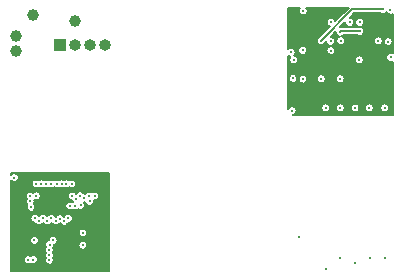
<source format=gbr>
G04 #@! TF.GenerationSoftware,KiCad,Pcbnew,(5.1.5)-3*
G04 #@! TF.CreationDate,2020-07-07T20:54:15-07:00*
G04 #@! TF.ProjectId,Miniscope-V4-Ephys-System,4d696e69-7363-46f7-9065-2d56342d4570,rev?*
G04 #@! TF.SameCoordinates,Original*
G04 #@! TF.FileFunction,Copper,L2,Inr*
G04 #@! TF.FilePolarity,Positive*
%FSLAX46Y46*%
G04 Gerber Fmt 4.6, Leading zero omitted, Abs format (unit mm)*
G04 Created by KiCad (PCBNEW (5.1.5)-3) date 2020-07-07 20:54:15*
%MOMM*%
%LPD*%
G04 APERTURE LIST*
%ADD10O,1.000000X1.000000*%
%ADD11R,1.000000X1.000000*%
%ADD12C,1.000000*%
%ADD13C,0.300000*%
%ADD14C,0.203200*%
%ADD15C,0.152400*%
G04 APERTURE END LIST*
D10*
X115060000Y-115500000D03*
X113790000Y-115500000D03*
X112520000Y-115500000D03*
D11*
X111250000Y-115500000D03*
D12*
X112500000Y-113500000D03*
X109000000Y-113000000D03*
X107500000Y-114717400D03*
X107500000Y-116000000D03*
D13*
X138213800Y-115156600D03*
X135800800Y-113581800D03*
X135038800Y-115131200D03*
X133387800Y-118357000D03*
X134200600Y-115969400D03*
X136613600Y-116756800D03*
X131044800Y-116755800D03*
X132556400Y-120826800D03*
X133514800Y-112743596D03*
X132600400Y-114343800D03*
X130822400Y-112616600D03*
X136588200Y-115131200D03*
X135800800Y-116731400D03*
X133413200Y-115969400D03*
X134200600Y-117544200D03*
X114068200Y-130135200D03*
X115008000Y-126706200D03*
X113204600Y-131964000D03*
X108073800Y-131811600D03*
X111858400Y-133310200D03*
X108073800Y-133234000D03*
X109645600Y-132510806D03*
X131500012Y-131750000D03*
X138233000Y-113453800D03*
X137394800Y-117517800D03*
X138182200Y-115943000D03*
X109013600Y-133665800D03*
X110690000Y-132040200D03*
X113204600Y-132446600D03*
X109100000Y-132050000D03*
X138750000Y-133500000D03*
X139045800Y-115206400D03*
X138749984Y-120830016D03*
X108556400Y-133665800D03*
X136639000Y-114343800D03*
X134962600Y-114394600D03*
X134988000Y-118357000D03*
X130841600Y-116120800D03*
X134175200Y-115182000D03*
X136639000Y-113581800D03*
X131813000Y-115944000D03*
X114226990Y-128273190D03*
X113766594Y-128727200D03*
X113004608Y-129082800D03*
X112547400Y-129108200D03*
X112090200Y-129133600D03*
X111963200Y-130175000D03*
X111607600Y-130429000D03*
X111252000Y-130200400D03*
X110896400Y-130403600D03*
X110540800Y-130175000D03*
X110185200Y-130403600D03*
X109855000Y-130175000D03*
X109485827Y-130385478D03*
X109143800Y-130175000D03*
X108813600Y-129235200D03*
X108737400Y-128727200D03*
X113204600Y-131405200D03*
X107391200Y-126720600D03*
X108737400Y-128270000D03*
X109270800Y-128270000D03*
X109220000Y-127254000D03*
X109681997Y-127254000D03*
X110083600Y-127254000D03*
X110490000Y-127254000D03*
X110998000Y-127254000D03*
X111404400Y-127254000D03*
X111813314Y-127254773D03*
X112269339Y-127254929D03*
X112293400Y-128270000D03*
X112649000Y-128524000D03*
X112961327Y-128246308D03*
X113313595Y-128439179D03*
X113738000Y-128281000D03*
X136250000Y-134000000D03*
X133750000Y-134500000D03*
X135000000Y-133500000D03*
X137500000Y-133500000D03*
X130924000Y-121049400D03*
X131838400Y-118382400D03*
X130994000Y-118330602D03*
X136250005Y-120829995D03*
X133749974Y-120829974D03*
X135000000Y-120830024D03*
X137458600Y-120826800D03*
X110385200Y-132395800D03*
X110359800Y-132853000D03*
X110359800Y-133716600D03*
X110359800Y-133310200D03*
X139274400Y-116552600D03*
X139229800Y-112540400D03*
X138594800Y-112489600D03*
X133387800Y-115131200D03*
X134200600Y-113556400D03*
X131863800Y-112616600D03*
D14*
X135013400Y-114343800D02*
X134962600Y-114394600D01*
X136639000Y-114343800D02*
X135013400Y-114343800D01*
X136029400Y-112489600D02*
X133387800Y-115131200D01*
X138594800Y-112489600D02*
X136029400Y-112489600D01*
D15*
G36*
X115423800Y-134673800D02*
G01*
X107076200Y-134673800D01*
X107076200Y-133628511D01*
X108177800Y-133628511D01*
X108177800Y-133703089D01*
X108192349Y-133776234D01*
X108220889Y-133845134D01*
X108262322Y-133907144D01*
X108315056Y-133959878D01*
X108377066Y-134001311D01*
X108445966Y-134029851D01*
X108519111Y-134044400D01*
X108593689Y-134044400D01*
X108666834Y-134029851D01*
X108735734Y-134001311D01*
X108785000Y-133968393D01*
X108834266Y-134001311D01*
X108903166Y-134029851D01*
X108976311Y-134044400D01*
X109050889Y-134044400D01*
X109124034Y-134029851D01*
X109192934Y-134001311D01*
X109254944Y-133959878D01*
X109307678Y-133907144D01*
X109349111Y-133845134D01*
X109377651Y-133776234D01*
X109392200Y-133703089D01*
X109392200Y-133628511D01*
X109377651Y-133555366D01*
X109349111Y-133486466D01*
X109307678Y-133424456D01*
X109254944Y-133371722D01*
X109192934Y-133330289D01*
X109124034Y-133301749D01*
X109050889Y-133287200D01*
X108976311Y-133287200D01*
X108903166Y-133301749D01*
X108834266Y-133330289D01*
X108785000Y-133363207D01*
X108735734Y-133330289D01*
X108666834Y-133301749D01*
X108593689Y-133287200D01*
X108519111Y-133287200D01*
X108445966Y-133301749D01*
X108377066Y-133330289D01*
X108315056Y-133371722D01*
X108262322Y-133424456D01*
X108220889Y-133486466D01*
X108192349Y-133555366D01*
X108177800Y-133628511D01*
X107076200Y-133628511D01*
X107076200Y-132815711D01*
X109981200Y-132815711D01*
X109981200Y-132890289D01*
X109995749Y-132963434D01*
X110024289Y-133032334D01*
X110057207Y-133081600D01*
X110024289Y-133130866D01*
X109995749Y-133199766D01*
X109981200Y-133272911D01*
X109981200Y-133347489D01*
X109995749Y-133420634D01*
X110024289Y-133489534D01*
X110040235Y-133513400D01*
X110024289Y-133537266D01*
X109995749Y-133606166D01*
X109981200Y-133679311D01*
X109981200Y-133753889D01*
X109995749Y-133827034D01*
X110024289Y-133895934D01*
X110065722Y-133957944D01*
X110118456Y-134010678D01*
X110180466Y-134052111D01*
X110249366Y-134080651D01*
X110322511Y-134095200D01*
X110397089Y-134095200D01*
X110470234Y-134080651D01*
X110539134Y-134052111D01*
X110601144Y-134010678D01*
X110653878Y-133957944D01*
X110695311Y-133895934D01*
X110723851Y-133827034D01*
X110738400Y-133753889D01*
X110738400Y-133679311D01*
X110723851Y-133606166D01*
X110695311Y-133537266D01*
X110679365Y-133513400D01*
X110695311Y-133489534D01*
X110723851Y-133420634D01*
X110738400Y-133347489D01*
X110738400Y-133272911D01*
X110723851Y-133199766D01*
X110695311Y-133130866D01*
X110662393Y-133081600D01*
X110695311Y-133032334D01*
X110723851Y-132963434D01*
X110738400Y-132890289D01*
X110738400Y-132815711D01*
X110723851Y-132742566D01*
X110695311Y-132673666D01*
X110674261Y-132642161D01*
X110679278Y-132637144D01*
X110720711Y-132575134D01*
X110749251Y-132506234D01*
X110763800Y-132433089D01*
X110763800Y-132411538D01*
X110774995Y-132409311D01*
X112826000Y-132409311D01*
X112826000Y-132483889D01*
X112840549Y-132557034D01*
X112869089Y-132625934D01*
X112910522Y-132687944D01*
X112963256Y-132740678D01*
X113025266Y-132782111D01*
X113094166Y-132810651D01*
X113167311Y-132825200D01*
X113241889Y-132825200D01*
X113315034Y-132810651D01*
X113383934Y-132782111D01*
X113445944Y-132740678D01*
X113498678Y-132687944D01*
X113540111Y-132625934D01*
X113568651Y-132557034D01*
X113583200Y-132483889D01*
X113583200Y-132409311D01*
X113568651Y-132336166D01*
X113540111Y-132267266D01*
X113498678Y-132205256D01*
X113445944Y-132152522D01*
X113383934Y-132111089D01*
X113315034Y-132082549D01*
X113241889Y-132068000D01*
X113167311Y-132068000D01*
X113094166Y-132082549D01*
X113025266Y-132111089D01*
X112963256Y-132152522D01*
X112910522Y-132205256D01*
X112869089Y-132267266D01*
X112840549Y-132336166D01*
X112826000Y-132409311D01*
X110774995Y-132409311D01*
X110800434Y-132404251D01*
X110869334Y-132375711D01*
X110931344Y-132334278D01*
X110984078Y-132281544D01*
X111025511Y-132219534D01*
X111054051Y-132150634D01*
X111068600Y-132077489D01*
X111068600Y-132002911D01*
X111054051Y-131929766D01*
X111025511Y-131860866D01*
X110984078Y-131798856D01*
X110931344Y-131746122D01*
X110869334Y-131704689D01*
X110800434Y-131676149D01*
X110727289Y-131661600D01*
X110652711Y-131661600D01*
X110579566Y-131676149D01*
X110510666Y-131704689D01*
X110448656Y-131746122D01*
X110395922Y-131798856D01*
X110354489Y-131860866D01*
X110325949Y-131929766D01*
X110311400Y-132002911D01*
X110311400Y-132024462D01*
X110274766Y-132031749D01*
X110205866Y-132060289D01*
X110143856Y-132101722D01*
X110091122Y-132154456D01*
X110049689Y-132216466D01*
X110021149Y-132285366D01*
X110006600Y-132358511D01*
X110006600Y-132433089D01*
X110021149Y-132506234D01*
X110049689Y-132575134D01*
X110070739Y-132606639D01*
X110065722Y-132611656D01*
X110024289Y-132673666D01*
X109995749Y-132742566D01*
X109981200Y-132815711D01*
X107076200Y-132815711D01*
X107076200Y-132012711D01*
X108721400Y-132012711D01*
X108721400Y-132087289D01*
X108735949Y-132160434D01*
X108764489Y-132229334D01*
X108805922Y-132291344D01*
X108858656Y-132344078D01*
X108920666Y-132385511D01*
X108989566Y-132414051D01*
X109062711Y-132428600D01*
X109137289Y-132428600D01*
X109210434Y-132414051D01*
X109279334Y-132385511D01*
X109341344Y-132344078D01*
X109394078Y-132291344D01*
X109435511Y-132229334D01*
X109464051Y-132160434D01*
X109478600Y-132087289D01*
X109478600Y-132012711D01*
X109464051Y-131939566D01*
X109435511Y-131870666D01*
X109394078Y-131808656D01*
X109341344Y-131755922D01*
X109279334Y-131714489D01*
X109210434Y-131685949D01*
X109137289Y-131671400D01*
X109062711Y-131671400D01*
X108989566Y-131685949D01*
X108920666Y-131714489D01*
X108858656Y-131755922D01*
X108805922Y-131808656D01*
X108764489Y-131870666D01*
X108735949Y-131939566D01*
X108721400Y-132012711D01*
X107076200Y-132012711D01*
X107076200Y-131367911D01*
X112826000Y-131367911D01*
X112826000Y-131442489D01*
X112840549Y-131515634D01*
X112869089Y-131584534D01*
X112910522Y-131646544D01*
X112963256Y-131699278D01*
X113025266Y-131740711D01*
X113094166Y-131769251D01*
X113167311Y-131783800D01*
X113241889Y-131783800D01*
X113315034Y-131769251D01*
X113383934Y-131740711D01*
X113445944Y-131699278D01*
X113498678Y-131646544D01*
X113540111Y-131584534D01*
X113568651Y-131515634D01*
X113583200Y-131442489D01*
X113583200Y-131367911D01*
X113568651Y-131294766D01*
X113540111Y-131225866D01*
X113498678Y-131163856D01*
X113445944Y-131111122D01*
X113383934Y-131069689D01*
X113315034Y-131041149D01*
X113241889Y-131026600D01*
X113167311Y-131026600D01*
X113094166Y-131041149D01*
X113025266Y-131069689D01*
X112963256Y-131111122D01*
X112910522Y-131163856D01*
X112869089Y-131225866D01*
X112840549Y-131294766D01*
X112826000Y-131367911D01*
X107076200Y-131367911D01*
X107076200Y-130137711D01*
X108765200Y-130137711D01*
X108765200Y-130212289D01*
X108779749Y-130285434D01*
X108808289Y-130354334D01*
X108849722Y-130416344D01*
X108902456Y-130469078D01*
X108964466Y-130510511D01*
X109033366Y-130539051D01*
X109106511Y-130553600D01*
X109145672Y-130553600D01*
X109150316Y-130564812D01*
X109191749Y-130626822D01*
X109244483Y-130679556D01*
X109306493Y-130720989D01*
X109375393Y-130749529D01*
X109448538Y-130764078D01*
X109523116Y-130764078D01*
X109596261Y-130749529D01*
X109665161Y-130720989D01*
X109727171Y-130679556D01*
X109779905Y-130626822D01*
X109821338Y-130564812D01*
X109825982Y-130553600D01*
X109837538Y-130553600D01*
X109849689Y-130582934D01*
X109891122Y-130644944D01*
X109943856Y-130697678D01*
X110005866Y-130739111D01*
X110074766Y-130767651D01*
X110147911Y-130782200D01*
X110222489Y-130782200D01*
X110295634Y-130767651D01*
X110364534Y-130739111D01*
X110426544Y-130697678D01*
X110479278Y-130644944D01*
X110520711Y-130582934D01*
X110532862Y-130553600D01*
X110548738Y-130553600D01*
X110560889Y-130582934D01*
X110602322Y-130644944D01*
X110655056Y-130697678D01*
X110717066Y-130739111D01*
X110785966Y-130767651D01*
X110859111Y-130782200D01*
X110933689Y-130782200D01*
X111006834Y-130767651D01*
X111075734Y-130739111D01*
X111137744Y-130697678D01*
X111190478Y-130644944D01*
X111231911Y-130582934D01*
X111233541Y-130579000D01*
X111259938Y-130579000D01*
X111272089Y-130608334D01*
X111313522Y-130670344D01*
X111366256Y-130723078D01*
X111428266Y-130764511D01*
X111497166Y-130793051D01*
X111570311Y-130807600D01*
X111644889Y-130807600D01*
X111718034Y-130793051D01*
X111786934Y-130764511D01*
X111848944Y-130723078D01*
X111901678Y-130670344D01*
X111943111Y-130608334D01*
X111965783Y-130553600D01*
X112000489Y-130553600D01*
X112073634Y-130539051D01*
X112142534Y-130510511D01*
X112204544Y-130469078D01*
X112257278Y-130416344D01*
X112298711Y-130354334D01*
X112327251Y-130285434D01*
X112341800Y-130212289D01*
X112341800Y-130137711D01*
X112327251Y-130064566D01*
X112298711Y-129995666D01*
X112257278Y-129933656D01*
X112204544Y-129880922D01*
X112142534Y-129839489D01*
X112073634Y-129810949D01*
X112000489Y-129796400D01*
X111925911Y-129796400D01*
X111852766Y-129810949D01*
X111783866Y-129839489D01*
X111721856Y-129880922D01*
X111669122Y-129933656D01*
X111627689Y-129995666D01*
X111605017Y-130050400D01*
X111599662Y-130050400D01*
X111587511Y-130021066D01*
X111546078Y-129959056D01*
X111493344Y-129906322D01*
X111431334Y-129864889D01*
X111362434Y-129836349D01*
X111289289Y-129821800D01*
X111214711Y-129821800D01*
X111141566Y-129836349D01*
X111072666Y-129864889D01*
X111010656Y-129906322D01*
X110957922Y-129959056D01*
X110916489Y-130021066D01*
X110914859Y-130025000D01*
X110888462Y-130025000D01*
X110876311Y-129995666D01*
X110834878Y-129933656D01*
X110782144Y-129880922D01*
X110720134Y-129839489D01*
X110651234Y-129810949D01*
X110578089Y-129796400D01*
X110503511Y-129796400D01*
X110430366Y-129810949D01*
X110361466Y-129839489D01*
X110299456Y-129880922D01*
X110246722Y-129933656D01*
X110205289Y-129995666D01*
X110197900Y-130013504D01*
X110190511Y-129995666D01*
X110149078Y-129933656D01*
X110096344Y-129880922D01*
X110034334Y-129839489D01*
X109965434Y-129810949D01*
X109892289Y-129796400D01*
X109817711Y-129796400D01*
X109744566Y-129810949D01*
X109675666Y-129839489D01*
X109613656Y-129880922D01*
X109560922Y-129933656D01*
X109519489Y-129995666D01*
X109514845Y-130006878D01*
X109483955Y-130006878D01*
X109479311Y-129995666D01*
X109437878Y-129933656D01*
X109385144Y-129880922D01*
X109323134Y-129839489D01*
X109254234Y-129810949D01*
X109181089Y-129796400D01*
X109106511Y-129796400D01*
X109033366Y-129810949D01*
X108964466Y-129839489D01*
X108902456Y-129880922D01*
X108849722Y-129933656D01*
X108808289Y-129995666D01*
X108779749Y-130064566D01*
X108765200Y-130137711D01*
X107076200Y-130137711D01*
X107076200Y-128232711D01*
X108358800Y-128232711D01*
X108358800Y-128307289D01*
X108373349Y-128380434D01*
X108401889Y-128449334D01*
X108434807Y-128498600D01*
X108401889Y-128547866D01*
X108373349Y-128616766D01*
X108358800Y-128689911D01*
X108358800Y-128764489D01*
X108373349Y-128837634D01*
X108401889Y-128906534D01*
X108443322Y-128968544D01*
X108496056Y-129021278D01*
X108499612Y-129023654D01*
X108478089Y-129055866D01*
X108449549Y-129124766D01*
X108435000Y-129197911D01*
X108435000Y-129272489D01*
X108449549Y-129345634D01*
X108478089Y-129414534D01*
X108519522Y-129476544D01*
X108572256Y-129529278D01*
X108634266Y-129570711D01*
X108703166Y-129599251D01*
X108776311Y-129613800D01*
X108850889Y-129613800D01*
X108924034Y-129599251D01*
X108992934Y-129570711D01*
X109054944Y-129529278D01*
X109107678Y-129476544D01*
X109149111Y-129414534D01*
X109177651Y-129345634D01*
X109192200Y-129272489D01*
X109192200Y-129197911D01*
X109177651Y-129124766D01*
X109165865Y-129096311D01*
X111711600Y-129096311D01*
X111711600Y-129170889D01*
X111726149Y-129244034D01*
X111754689Y-129312934D01*
X111796122Y-129374944D01*
X111848856Y-129427678D01*
X111910866Y-129469111D01*
X111979766Y-129497651D01*
X112052911Y-129512200D01*
X112127489Y-129512200D01*
X112200634Y-129497651D01*
X112269534Y-129469111D01*
X112331544Y-129427678D01*
X112336561Y-129422661D01*
X112368066Y-129443711D01*
X112436966Y-129472251D01*
X112510111Y-129486800D01*
X112584689Y-129486800D01*
X112657834Y-129472251D01*
X112726734Y-129443711D01*
X112788744Y-129402278D01*
X112793765Y-129397257D01*
X112825274Y-129418311D01*
X112894174Y-129446851D01*
X112967319Y-129461400D01*
X113041897Y-129461400D01*
X113115042Y-129446851D01*
X113183942Y-129418311D01*
X113245952Y-129376878D01*
X113298686Y-129324144D01*
X113340119Y-129262134D01*
X113368659Y-129193234D01*
X113383208Y-129120089D01*
X113383208Y-129045511D01*
X113368659Y-128972366D01*
X113340119Y-128903466D01*
X113298686Y-128841456D01*
X113274687Y-128817457D01*
X113276306Y-128817779D01*
X113350884Y-128817779D01*
X113396778Y-128808650D01*
X113402543Y-128837634D01*
X113431083Y-128906534D01*
X113472516Y-128968544D01*
X113525250Y-129021278D01*
X113587260Y-129062711D01*
X113656160Y-129091251D01*
X113729305Y-129105800D01*
X113803883Y-129105800D01*
X113877028Y-129091251D01*
X113945928Y-129062711D01*
X114007938Y-129021278D01*
X114060672Y-128968544D01*
X114102105Y-128906534D01*
X114130645Y-128837634D01*
X114145194Y-128764489D01*
X114145194Y-128689911D01*
X114135466Y-128641002D01*
X114189701Y-128651790D01*
X114264279Y-128651790D01*
X114337424Y-128637241D01*
X114406324Y-128608701D01*
X114468334Y-128567268D01*
X114521068Y-128514534D01*
X114562501Y-128452524D01*
X114591041Y-128383624D01*
X114605590Y-128310479D01*
X114605590Y-128235901D01*
X114591041Y-128162756D01*
X114562501Y-128093856D01*
X114521068Y-128031846D01*
X114468334Y-127979112D01*
X114406324Y-127937679D01*
X114337424Y-127909139D01*
X114264279Y-127894590D01*
X114189701Y-127894590D01*
X114116556Y-127909139D01*
X114047656Y-127937679D01*
X113985646Y-127979112D01*
X113978440Y-127986318D01*
X113917334Y-127945489D01*
X113848434Y-127916949D01*
X113775289Y-127902400D01*
X113700711Y-127902400D01*
X113627566Y-127916949D01*
X113558666Y-127945489D01*
X113496656Y-127986922D01*
X113443922Y-128039656D01*
X113420668Y-128074459D01*
X113350884Y-128060579D01*
X113292565Y-128060579D01*
X113255405Y-128004964D01*
X113202671Y-127952230D01*
X113140661Y-127910797D01*
X113071761Y-127882257D01*
X112998616Y-127867708D01*
X112924038Y-127867708D01*
X112850893Y-127882257D01*
X112781993Y-127910797D01*
X112719983Y-127952230D01*
X112667249Y-128004964D01*
X112625816Y-128066974D01*
X112620942Y-128078740D01*
X112587478Y-128028656D01*
X112534744Y-127975922D01*
X112472734Y-127934489D01*
X112403834Y-127905949D01*
X112330689Y-127891400D01*
X112256111Y-127891400D01*
X112182966Y-127905949D01*
X112114066Y-127934489D01*
X112052056Y-127975922D01*
X111999322Y-128028656D01*
X111957889Y-128090666D01*
X111929349Y-128159566D01*
X111914800Y-128232711D01*
X111914800Y-128307289D01*
X111929349Y-128380434D01*
X111957889Y-128449334D01*
X111999322Y-128511344D01*
X112052056Y-128564078D01*
X112114066Y-128605511D01*
X112182966Y-128634051D01*
X112256111Y-128648600D01*
X112290817Y-128648600D01*
X112313489Y-128703334D01*
X112354922Y-128765344D01*
X112364590Y-128775012D01*
X112306056Y-128814122D01*
X112301039Y-128819139D01*
X112269534Y-128798089D01*
X112200634Y-128769549D01*
X112127489Y-128755000D01*
X112052911Y-128755000D01*
X111979766Y-128769549D01*
X111910866Y-128798089D01*
X111848856Y-128839522D01*
X111796122Y-128892256D01*
X111754689Y-128954266D01*
X111726149Y-129023166D01*
X111711600Y-129096311D01*
X109165865Y-129096311D01*
X109149111Y-129055866D01*
X109107678Y-128993856D01*
X109054944Y-128941122D01*
X109051388Y-128938746D01*
X109072911Y-128906534D01*
X109101451Y-128837634D01*
X109116000Y-128764489D01*
X109116000Y-128689911D01*
X109101451Y-128616766D01*
X109097891Y-128608173D01*
X109160366Y-128634051D01*
X109233511Y-128648600D01*
X109308089Y-128648600D01*
X109381234Y-128634051D01*
X109450134Y-128605511D01*
X109512144Y-128564078D01*
X109564878Y-128511344D01*
X109606311Y-128449334D01*
X109634851Y-128380434D01*
X109649400Y-128307289D01*
X109649400Y-128232711D01*
X109634851Y-128159566D01*
X109606311Y-128090666D01*
X109564878Y-128028656D01*
X109512144Y-127975922D01*
X109450134Y-127934489D01*
X109381234Y-127905949D01*
X109308089Y-127891400D01*
X109233511Y-127891400D01*
X109160366Y-127905949D01*
X109091466Y-127934489D01*
X109029456Y-127975922D01*
X109004100Y-128001278D01*
X108978744Y-127975922D01*
X108916734Y-127934489D01*
X108847834Y-127905949D01*
X108774689Y-127891400D01*
X108700111Y-127891400D01*
X108626966Y-127905949D01*
X108558066Y-127934489D01*
X108496056Y-127975922D01*
X108443322Y-128028656D01*
X108401889Y-128090666D01*
X108373349Y-128159566D01*
X108358800Y-128232711D01*
X107076200Y-128232711D01*
X107076200Y-127216711D01*
X108841400Y-127216711D01*
X108841400Y-127291289D01*
X108855949Y-127364434D01*
X108884489Y-127433334D01*
X108925922Y-127495344D01*
X108978656Y-127548078D01*
X109040666Y-127589511D01*
X109109566Y-127618051D01*
X109182711Y-127632600D01*
X109257289Y-127632600D01*
X109330434Y-127618051D01*
X109399334Y-127589511D01*
X109450998Y-127554991D01*
X109502663Y-127589511D01*
X109571563Y-127618051D01*
X109644708Y-127632600D01*
X109719286Y-127632600D01*
X109792431Y-127618051D01*
X109861331Y-127589511D01*
X109882798Y-127575167D01*
X109904266Y-127589511D01*
X109973166Y-127618051D01*
X110046311Y-127632600D01*
X110120889Y-127632600D01*
X110194034Y-127618051D01*
X110262934Y-127589511D01*
X110286800Y-127573565D01*
X110310666Y-127589511D01*
X110379566Y-127618051D01*
X110452711Y-127632600D01*
X110527289Y-127632600D01*
X110600434Y-127618051D01*
X110669334Y-127589511D01*
X110731344Y-127548078D01*
X110744000Y-127535422D01*
X110756656Y-127548078D01*
X110818666Y-127589511D01*
X110887566Y-127618051D01*
X110960711Y-127632600D01*
X111035289Y-127632600D01*
X111108434Y-127618051D01*
X111177334Y-127589511D01*
X111201200Y-127573565D01*
X111225066Y-127589511D01*
X111293966Y-127618051D01*
X111367111Y-127632600D01*
X111441689Y-127632600D01*
X111514834Y-127618051D01*
X111583734Y-127589511D01*
X111608279Y-127573111D01*
X111633980Y-127590284D01*
X111702880Y-127618824D01*
X111776025Y-127633373D01*
X111850603Y-127633373D01*
X111923748Y-127618824D01*
X111992648Y-127590284D01*
X112041210Y-127557837D01*
X112090005Y-127590440D01*
X112158905Y-127618980D01*
X112232050Y-127633529D01*
X112306628Y-127633529D01*
X112379773Y-127618980D01*
X112448673Y-127590440D01*
X112510683Y-127549007D01*
X112563417Y-127496273D01*
X112604850Y-127434263D01*
X112633390Y-127365363D01*
X112647939Y-127292218D01*
X112647939Y-127217640D01*
X112633390Y-127144495D01*
X112604850Y-127075595D01*
X112563417Y-127013585D01*
X112510683Y-126960851D01*
X112448673Y-126919418D01*
X112379773Y-126890878D01*
X112306628Y-126876329D01*
X112232050Y-126876329D01*
X112158905Y-126890878D01*
X112090005Y-126919418D01*
X112041443Y-126951865D01*
X111992648Y-126919262D01*
X111923748Y-126890722D01*
X111850603Y-126876173D01*
X111776025Y-126876173D01*
X111702880Y-126890722D01*
X111633980Y-126919262D01*
X111609435Y-126935662D01*
X111583734Y-126918489D01*
X111514834Y-126889949D01*
X111441689Y-126875400D01*
X111367111Y-126875400D01*
X111293966Y-126889949D01*
X111225066Y-126918489D01*
X111201200Y-126934435D01*
X111177334Y-126918489D01*
X111108434Y-126889949D01*
X111035289Y-126875400D01*
X110960711Y-126875400D01*
X110887566Y-126889949D01*
X110818666Y-126918489D01*
X110756656Y-126959922D01*
X110744000Y-126972578D01*
X110731344Y-126959922D01*
X110669334Y-126918489D01*
X110600434Y-126889949D01*
X110527289Y-126875400D01*
X110452711Y-126875400D01*
X110379566Y-126889949D01*
X110310666Y-126918489D01*
X110286800Y-126934435D01*
X110262934Y-126918489D01*
X110194034Y-126889949D01*
X110120889Y-126875400D01*
X110046311Y-126875400D01*
X109973166Y-126889949D01*
X109904266Y-126918489D01*
X109882799Y-126932833D01*
X109861331Y-126918489D01*
X109792431Y-126889949D01*
X109719286Y-126875400D01*
X109644708Y-126875400D01*
X109571563Y-126889949D01*
X109502663Y-126918489D01*
X109450999Y-126953009D01*
X109399334Y-126918489D01*
X109330434Y-126889949D01*
X109257289Y-126875400D01*
X109182711Y-126875400D01*
X109109566Y-126889949D01*
X109040666Y-126918489D01*
X108978656Y-126959922D01*
X108925922Y-127012656D01*
X108884489Y-127074666D01*
X108855949Y-127143566D01*
X108841400Y-127216711D01*
X107076200Y-127216711D01*
X107076200Y-126930631D01*
X107097122Y-126961944D01*
X107149856Y-127014678D01*
X107211866Y-127056111D01*
X107280766Y-127084651D01*
X107353911Y-127099200D01*
X107428489Y-127099200D01*
X107501634Y-127084651D01*
X107570534Y-127056111D01*
X107632544Y-127014678D01*
X107685278Y-126961944D01*
X107726711Y-126899934D01*
X107755251Y-126831034D01*
X107769800Y-126757889D01*
X107769800Y-126683311D01*
X107755251Y-126610166D01*
X107726711Y-126541266D01*
X107685278Y-126479256D01*
X107632544Y-126426522D01*
X107570534Y-126385089D01*
X107501634Y-126356549D01*
X107428489Y-126342000D01*
X107353911Y-126342000D01*
X107280766Y-126356549D01*
X107211866Y-126385089D01*
X107149856Y-126426522D01*
X107097122Y-126479256D01*
X107076200Y-126510569D01*
X107076200Y-126326200D01*
X115423800Y-126326200D01*
X115423800Y-134673800D01*
G37*
X115423800Y-134673800D02*
X107076200Y-134673800D01*
X107076200Y-133628511D01*
X108177800Y-133628511D01*
X108177800Y-133703089D01*
X108192349Y-133776234D01*
X108220889Y-133845134D01*
X108262322Y-133907144D01*
X108315056Y-133959878D01*
X108377066Y-134001311D01*
X108445966Y-134029851D01*
X108519111Y-134044400D01*
X108593689Y-134044400D01*
X108666834Y-134029851D01*
X108735734Y-134001311D01*
X108785000Y-133968393D01*
X108834266Y-134001311D01*
X108903166Y-134029851D01*
X108976311Y-134044400D01*
X109050889Y-134044400D01*
X109124034Y-134029851D01*
X109192934Y-134001311D01*
X109254944Y-133959878D01*
X109307678Y-133907144D01*
X109349111Y-133845134D01*
X109377651Y-133776234D01*
X109392200Y-133703089D01*
X109392200Y-133628511D01*
X109377651Y-133555366D01*
X109349111Y-133486466D01*
X109307678Y-133424456D01*
X109254944Y-133371722D01*
X109192934Y-133330289D01*
X109124034Y-133301749D01*
X109050889Y-133287200D01*
X108976311Y-133287200D01*
X108903166Y-133301749D01*
X108834266Y-133330289D01*
X108785000Y-133363207D01*
X108735734Y-133330289D01*
X108666834Y-133301749D01*
X108593689Y-133287200D01*
X108519111Y-133287200D01*
X108445966Y-133301749D01*
X108377066Y-133330289D01*
X108315056Y-133371722D01*
X108262322Y-133424456D01*
X108220889Y-133486466D01*
X108192349Y-133555366D01*
X108177800Y-133628511D01*
X107076200Y-133628511D01*
X107076200Y-132815711D01*
X109981200Y-132815711D01*
X109981200Y-132890289D01*
X109995749Y-132963434D01*
X110024289Y-133032334D01*
X110057207Y-133081600D01*
X110024289Y-133130866D01*
X109995749Y-133199766D01*
X109981200Y-133272911D01*
X109981200Y-133347489D01*
X109995749Y-133420634D01*
X110024289Y-133489534D01*
X110040235Y-133513400D01*
X110024289Y-133537266D01*
X109995749Y-133606166D01*
X109981200Y-133679311D01*
X109981200Y-133753889D01*
X109995749Y-133827034D01*
X110024289Y-133895934D01*
X110065722Y-133957944D01*
X110118456Y-134010678D01*
X110180466Y-134052111D01*
X110249366Y-134080651D01*
X110322511Y-134095200D01*
X110397089Y-134095200D01*
X110470234Y-134080651D01*
X110539134Y-134052111D01*
X110601144Y-134010678D01*
X110653878Y-133957944D01*
X110695311Y-133895934D01*
X110723851Y-133827034D01*
X110738400Y-133753889D01*
X110738400Y-133679311D01*
X110723851Y-133606166D01*
X110695311Y-133537266D01*
X110679365Y-133513400D01*
X110695311Y-133489534D01*
X110723851Y-133420634D01*
X110738400Y-133347489D01*
X110738400Y-133272911D01*
X110723851Y-133199766D01*
X110695311Y-133130866D01*
X110662393Y-133081600D01*
X110695311Y-133032334D01*
X110723851Y-132963434D01*
X110738400Y-132890289D01*
X110738400Y-132815711D01*
X110723851Y-132742566D01*
X110695311Y-132673666D01*
X110674261Y-132642161D01*
X110679278Y-132637144D01*
X110720711Y-132575134D01*
X110749251Y-132506234D01*
X110763800Y-132433089D01*
X110763800Y-132411538D01*
X110774995Y-132409311D01*
X112826000Y-132409311D01*
X112826000Y-132483889D01*
X112840549Y-132557034D01*
X112869089Y-132625934D01*
X112910522Y-132687944D01*
X112963256Y-132740678D01*
X113025266Y-132782111D01*
X113094166Y-132810651D01*
X113167311Y-132825200D01*
X113241889Y-132825200D01*
X113315034Y-132810651D01*
X113383934Y-132782111D01*
X113445944Y-132740678D01*
X113498678Y-132687944D01*
X113540111Y-132625934D01*
X113568651Y-132557034D01*
X113583200Y-132483889D01*
X113583200Y-132409311D01*
X113568651Y-132336166D01*
X113540111Y-132267266D01*
X113498678Y-132205256D01*
X113445944Y-132152522D01*
X113383934Y-132111089D01*
X113315034Y-132082549D01*
X113241889Y-132068000D01*
X113167311Y-132068000D01*
X113094166Y-132082549D01*
X113025266Y-132111089D01*
X112963256Y-132152522D01*
X112910522Y-132205256D01*
X112869089Y-132267266D01*
X112840549Y-132336166D01*
X112826000Y-132409311D01*
X110774995Y-132409311D01*
X110800434Y-132404251D01*
X110869334Y-132375711D01*
X110931344Y-132334278D01*
X110984078Y-132281544D01*
X111025511Y-132219534D01*
X111054051Y-132150634D01*
X111068600Y-132077489D01*
X111068600Y-132002911D01*
X111054051Y-131929766D01*
X111025511Y-131860866D01*
X110984078Y-131798856D01*
X110931344Y-131746122D01*
X110869334Y-131704689D01*
X110800434Y-131676149D01*
X110727289Y-131661600D01*
X110652711Y-131661600D01*
X110579566Y-131676149D01*
X110510666Y-131704689D01*
X110448656Y-131746122D01*
X110395922Y-131798856D01*
X110354489Y-131860866D01*
X110325949Y-131929766D01*
X110311400Y-132002911D01*
X110311400Y-132024462D01*
X110274766Y-132031749D01*
X110205866Y-132060289D01*
X110143856Y-132101722D01*
X110091122Y-132154456D01*
X110049689Y-132216466D01*
X110021149Y-132285366D01*
X110006600Y-132358511D01*
X110006600Y-132433089D01*
X110021149Y-132506234D01*
X110049689Y-132575134D01*
X110070739Y-132606639D01*
X110065722Y-132611656D01*
X110024289Y-132673666D01*
X109995749Y-132742566D01*
X109981200Y-132815711D01*
X107076200Y-132815711D01*
X107076200Y-132012711D01*
X108721400Y-132012711D01*
X108721400Y-132087289D01*
X108735949Y-132160434D01*
X108764489Y-132229334D01*
X108805922Y-132291344D01*
X108858656Y-132344078D01*
X108920666Y-132385511D01*
X108989566Y-132414051D01*
X109062711Y-132428600D01*
X109137289Y-132428600D01*
X109210434Y-132414051D01*
X109279334Y-132385511D01*
X109341344Y-132344078D01*
X109394078Y-132291344D01*
X109435511Y-132229334D01*
X109464051Y-132160434D01*
X109478600Y-132087289D01*
X109478600Y-132012711D01*
X109464051Y-131939566D01*
X109435511Y-131870666D01*
X109394078Y-131808656D01*
X109341344Y-131755922D01*
X109279334Y-131714489D01*
X109210434Y-131685949D01*
X109137289Y-131671400D01*
X109062711Y-131671400D01*
X108989566Y-131685949D01*
X108920666Y-131714489D01*
X108858656Y-131755922D01*
X108805922Y-131808656D01*
X108764489Y-131870666D01*
X108735949Y-131939566D01*
X108721400Y-132012711D01*
X107076200Y-132012711D01*
X107076200Y-131367911D01*
X112826000Y-131367911D01*
X112826000Y-131442489D01*
X112840549Y-131515634D01*
X112869089Y-131584534D01*
X112910522Y-131646544D01*
X112963256Y-131699278D01*
X113025266Y-131740711D01*
X113094166Y-131769251D01*
X113167311Y-131783800D01*
X113241889Y-131783800D01*
X113315034Y-131769251D01*
X113383934Y-131740711D01*
X113445944Y-131699278D01*
X113498678Y-131646544D01*
X113540111Y-131584534D01*
X113568651Y-131515634D01*
X113583200Y-131442489D01*
X113583200Y-131367911D01*
X113568651Y-131294766D01*
X113540111Y-131225866D01*
X113498678Y-131163856D01*
X113445944Y-131111122D01*
X113383934Y-131069689D01*
X113315034Y-131041149D01*
X113241889Y-131026600D01*
X113167311Y-131026600D01*
X113094166Y-131041149D01*
X113025266Y-131069689D01*
X112963256Y-131111122D01*
X112910522Y-131163856D01*
X112869089Y-131225866D01*
X112840549Y-131294766D01*
X112826000Y-131367911D01*
X107076200Y-131367911D01*
X107076200Y-130137711D01*
X108765200Y-130137711D01*
X108765200Y-130212289D01*
X108779749Y-130285434D01*
X108808289Y-130354334D01*
X108849722Y-130416344D01*
X108902456Y-130469078D01*
X108964466Y-130510511D01*
X109033366Y-130539051D01*
X109106511Y-130553600D01*
X109145672Y-130553600D01*
X109150316Y-130564812D01*
X109191749Y-130626822D01*
X109244483Y-130679556D01*
X109306493Y-130720989D01*
X109375393Y-130749529D01*
X109448538Y-130764078D01*
X109523116Y-130764078D01*
X109596261Y-130749529D01*
X109665161Y-130720989D01*
X109727171Y-130679556D01*
X109779905Y-130626822D01*
X109821338Y-130564812D01*
X109825982Y-130553600D01*
X109837538Y-130553600D01*
X109849689Y-130582934D01*
X109891122Y-130644944D01*
X109943856Y-130697678D01*
X110005866Y-130739111D01*
X110074766Y-130767651D01*
X110147911Y-130782200D01*
X110222489Y-130782200D01*
X110295634Y-130767651D01*
X110364534Y-130739111D01*
X110426544Y-130697678D01*
X110479278Y-130644944D01*
X110520711Y-130582934D01*
X110532862Y-130553600D01*
X110548738Y-130553600D01*
X110560889Y-130582934D01*
X110602322Y-130644944D01*
X110655056Y-130697678D01*
X110717066Y-130739111D01*
X110785966Y-130767651D01*
X110859111Y-130782200D01*
X110933689Y-130782200D01*
X111006834Y-130767651D01*
X111075734Y-130739111D01*
X111137744Y-130697678D01*
X111190478Y-130644944D01*
X111231911Y-130582934D01*
X111233541Y-130579000D01*
X111259938Y-130579000D01*
X111272089Y-130608334D01*
X111313522Y-130670344D01*
X111366256Y-130723078D01*
X111428266Y-130764511D01*
X111497166Y-130793051D01*
X111570311Y-130807600D01*
X111644889Y-130807600D01*
X111718034Y-130793051D01*
X111786934Y-130764511D01*
X111848944Y-130723078D01*
X111901678Y-130670344D01*
X111943111Y-130608334D01*
X111965783Y-130553600D01*
X112000489Y-130553600D01*
X112073634Y-130539051D01*
X112142534Y-130510511D01*
X112204544Y-130469078D01*
X112257278Y-130416344D01*
X112298711Y-130354334D01*
X112327251Y-130285434D01*
X112341800Y-130212289D01*
X112341800Y-130137711D01*
X112327251Y-130064566D01*
X112298711Y-129995666D01*
X112257278Y-129933656D01*
X112204544Y-129880922D01*
X112142534Y-129839489D01*
X112073634Y-129810949D01*
X112000489Y-129796400D01*
X111925911Y-129796400D01*
X111852766Y-129810949D01*
X111783866Y-129839489D01*
X111721856Y-129880922D01*
X111669122Y-129933656D01*
X111627689Y-129995666D01*
X111605017Y-130050400D01*
X111599662Y-130050400D01*
X111587511Y-130021066D01*
X111546078Y-129959056D01*
X111493344Y-129906322D01*
X111431334Y-129864889D01*
X111362434Y-129836349D01*
X111289289Y-129821800D01*
X111214711Y-129821800D01*
X111141566Y-129836349D01*
X111072666Y-129864889D01*
X111010656Y-129906322D01*
X110957922Y-129959056D01*
X110916489Y-130021066D01*
X110914859Y-130025000D01*
X110888462Y-130025000D01*
X110876311Y-129995666D01*
X110834878Y-129933656D01*
X110782144Y-129880922D01*
X110720134Y-129839489D01*
X110651234Y-129810949D01*
X110578089Y-129796400D01*
X110503511Y-129796400D01*
X110430366Y-129810949D01*
X110361466Y-129839489D01*
X110299456Y-129880922D01*
X110246722Y-129933656D01*
X110205289Y-129995666D01*
X110197900Y-130013504D01*
X110190511Y-129995666D01*
X110149078Y-129933656D01*
X110096344Y-129880922D01*
X110034334Y-129839489D01*
X109965434Y-129810949D01*
X109892289Y-129796400D01*
X109817711Y-129796400D01*
X109744566Y-129810949D01*
X109675666Y-129839489D01*
X109613656Y-129880922D01*
X109560922Y-129933656D01*
X109519489Y-129995666D01*
X109514845Y-130006878D01*
X109483955Y-130006878D01*
X109479311Y-129995666D01*
X109437878Y-129933656D01*
X109385144Y-129880922D01*
X109323134Y-129839489D01*
X109254234Y-129810949D01*
X109181089Y-129796400D01*
X109106511Y-129796400D01*
X109033366Y-129810949D01*
X108964466Y-129839489D01*
X108902456Y-129880922D01*
X108849722Y-129933656D01*
X108808289Y-129995666D01*
X108779749Y-130064566D01*
X108765200Y-130137711D01*
X107076200Y-130137711D01*
X107076200Y-128232711D01*
X108358800Y-128232711D01*
X108358800Y-128307289D01*
X108373349Y-128380434D01*
X108401889Y-128449334D01*
X108434807Y-128498600D01*
X108401889Y-128547866D01*
X108373349Y-128616766D01*
X108358800Y-128689911D01*
X108358800Y-128764489D01*
X108373349Y-128837634D01*
X108401889Y-128906534D01*
X108443322Y-128968544D01*
X108496056Y-129021278D01*
X108499612Y-129023654D01*
X108478089Y-129055866D01*
X108449549Y-129124766D01*
X108435000Y-129197911D01*
X108435000Y-129272489D01*
X108449549Y-129345634D01*
X108478089Y-129414534D01*
X108519522Y-129476544D01*
X108572256Y-129529278D01*
X108634266Y-129570711D01*
X108703166Y-129599251D01*
X108776311Y-129613800D01*
X108850889Y-129613800D01*
X108924034Y-129599251D01*
X108992934Y-129570711D01*
X109054944Y-129529278D01*
X109107678Y-129476544D01*
X109149111Y-129414534D01*
X109177651Y-129345634D01*
X109192200Y-129272489D01*
X109192200Y-129197911D01*
X109177651Y-129124766D01*
X109165865Y-129096311D01*
X111711600Y-129096311D01*
X111711600Y-129170889D01*
X111726149Y-129244034D01*
X111754689Y-129312934D01*
X111796122Y-129374944D01*
X111848856Y-129427678D01*
X111910866Y-129469111D01*
X111979766Y-129497651D01*
X112052911Y-129512200D01*
X112127489Y-129512200D01*
X112200634Y-129497651D01*
X112269534Y-129469111D01*
X112331544Y-129427678D01*
X112336561Y-129422661D01*
X112368066Y-129443711D01*
X112436966Y-129472251D01*
X112510111Y-129486800D01*
X112584689Y-129486800D01*
X112657834Y-129472251D01*
X112726734Y-129443711D01*
X112788744Y-129402278D01*
X112793765Y-129397257D01*
X112825274Y-129418311D01*
X112894174Y-129446851D01*
X112967319Y-129461400D01*
X113041897Y-129461400D01*
X113115042Y-129446851D01*
X113183942Y-129418311D01*
X113245952Y-129376878D01*
X113298686Y-129324144D01*
X113340119Y-129262134D01*
X113368659Y-129193234D01*
X113383208Y-129120089D01*
X113383208Y-129045511D01*
X113368659Y-128972366D01*
X113340119Y-128903466D01*
X113298686Y-128841456D01*
X113274687Y-128817457D01*
X113276306Y-128817779D01*
X113350884Y-128817779D01*
X113396778Y-128808650D01*
X113402543Y-128837634D01*
X113431083Y-128906534D01*
X113472516Y-128968544D01*
X113525250Y-129021278D01*
X113587260Y-129062711D01*
X113656160Y-129091251D01*
X113729305Y-129105800D01*
X113803883Y-129105800D01*
X113877028Y-129091251D01*
X113945928Y-129062711D01*
X114007938Y-129021278D01*
X114060672Y-128968544D01*
X114102105Y-128906534D01*
X114130645Y-128837634D01*
X114145194Y-128764489D01*
X114145194Y-128689911D01*
X114135466Y-128641002D01*
X114189701Y-128651790D01*
X114264279Y-128651790D01*
X114337424Y-128637241D01*
X114406324Y-128608701D01*
X114468334Y-128567268D01*
X114521068Y-128514534D01*
X114562501Y-128452524D01*
X114591041Y-128383624D01*
X114605590Y-128310479D01*
X114605590Y-128235901D01*
X114591041Y-128162756D01*
X114562501Y-128093856D01*
X114521068Y-128031846D01*
X114468334Y-127979112D01*
X114406324Y-127937679D01*
X114337424Y-127909139D01*
X114264279Y-127894590D01*
X114189701Y-127894590D01*
X114116556Y-127909139D01*
X114047656Y-127937679D01*
X113985646Y-127979112D01*
X113978440Y-127986318D01*
X113917334Y-127945489D01*
X113848434Y-127916949D01*
X113775289Y-127902400D01*
X113700711Y-127902400D01*
X113627566Y-127916949D01*
X113558666Y-127945489D01*
X113496656Y-127986922D01*
X113443922Y-128039656D01*
X113420668Y-128074459D01*
X113350884Y-128060579D01*
X113292565Y-128060579D01*
X113255405Y-128004964D01*
X113202671Y-127952230D01*
X113140661Y-127910797D01*
X113071761Y-127882257D01*
X112998616Y-127867708D01*
X112924038Y-127867708D01*
X112850893Y-127882257D01*
X112781993Y-127910797D01*
X112719983Y-127952230D01*
X112667249Y-128004964D01*
X112625816Y-128066974D01*
X112620942Y-128078740D01*
X112587478Y-128028656D01*
X112534744Y-127975922D01*
X112472734Y-127934489D01*
X112403834Y-127905949D01*
X112330689Y-127891400D01*
X112256111Y-127891400D01*
X112182966Y-127905949D01*
X112114066Y-127934489D01*
X112052056Y-127975922D01*
X111999322Y-128028656D01*
X111957889Y-128090666D01*
X111929349Y-128159566D01*
X111914800Y-128232711D01*
X111914800Y-128307289D01*
X111929349Y-128380434D01*
X111957889Y-128449334D01*
X111999322Y-128511344D01*
X112052056Y-128564078D01*
X112114066Y-128605511D01*
X112182966Y-128634051D01*
X112256111Y-128648600D01*
X112290817Y-128648600D01*
X112313489Y-128703334D01*
X112354922Y-128765344D01*
X112364590Y-128775012D01*
X112306056Y-128814122D01*
X112301039Y-128819139D01*
X112269534Y-128798089D01*
X112200634Y-128769549D01*
X112127489Y-128755000D01*
X112052911Y-128755000D01*
X111979766Y-128769549D01*
X111910866Y-128798089D01*
X111848856Y-128839522D01*
X111796122Y-128892256D01*
X111754689Y-128954266D01*
X111726149Y-129023166D01*
X111711600Y-129096311D01*
X109165865Y-129096311D01*
X109149111Y-129055866D01*
X109107678Y-128993856D01*
X109054944Y-128941122D01*
X109051388Y-128938746D01*
X109072911Y-128906534D01*
X109101451Y-128837634D01*
X109116000Y-128764489D01*
X109116000Y-128689911D01*
X109101451Y-128616766D01*
X109097891Y-128608173D01*
X109160366Y-128634051D01*
X109233511Y-128648600D01*
X109308089Y-128648600D01*
X109381234Y-128634051D01*
X109450134Y-128605511D01*
X109512144Y-128564078D01*
X109564878Y-128511344D01*
X109606311Y-128449334D01*
X109634851Y-128380434D01*
X109649400Y-128307289D01*
X109649400Y-128232711D01*
X109634851Y-128159566D01*
X109606311Y-128090666D01*
X109564878Y-128028656D01*
X109512144Y-127975922D01*
X109450134Y-127934489D01*
X109381234Y-127905949D01*
X109308089Y-127891400D01*
X109233511Y-127891400D01*
X109160366Y-127905949D01*
X109091466Y-127934489D01*
X109029456Y-127975922D01*
X109004100Y-128001278D01*
X108978744Y-127975922D01*
X108916734Y-127934489D01*
X108847834Y-127905949D01*
X108774689Y-127891400D01*
X108700111Y-127891400D01*
X108626966Y-127905949D01*
X108558066Y-127934489D01*
X108496056Y-127975922D01*
X108443322Y-128028656D01*
X108401889Y-128090666D01*
X108373349Y-128159566D01*
X108358800Y-128232711D01*
X107076200Y-128232711D01*
X107076200Y-127216711D01*
X108841400Y-127216711D01*
X108841400Y-127291289D01*
X108855949Y-127364434D01*
X108884489Y-127433334D01*
X108925922Y-127495344D01*
X108978656Y-127548078D01*
X109040666Y-127589511D01*
X109109566Y-127618051D01*
X109182711Y-127632600D01*
X109257289Y-127632600D01*
X109330434Y-127618051D01*
X109399334Y-127589511D01*
X109450998Y-127554991D01*
X109502663Y-127589511D01*
X109571563Y-127618051D01*
X109644708Y-127632600D01*
X109719286Y-127632600D01*
X109792431Y-127618051D01*
X109861331Y-127589511D01*
X109882798Y-127575167D01*
X109904266Y-127589511D01*
X109973166Y-127618051D01*
X110046311Y-127632600D01*
X110120889Y-127632600D01*
X110194034Y-127618051D01*
X110262934Y-127589511D01*
X110286800Y-127573565D01*
X110310666Y-127589511D01*
X110379566Y-127618051D01*
X110452711Y-127632600D01*
X110527289Y-127632600D01*
X110600434Y-127618051D01*
X110669334Y-127589511D01*
X110731344Y-127548078D01*
X110744000Y-127535422D01*
X110756656Y-127548078D01*
X110818666Y-127589511D01*
X110887566Y-127618051D01*
X110960711Y-127632600D01*
X111035289Y-127632600D01*
X111108434Y-127618051D01*
X111177334Y-127589511D01*
X111201200Y-127573565D01*
X111225066Y-127589511D01*
X111293966Y-127618051D01*
X111367111Y-127632600D01*
X111441689Y-127632600D01*
X111514834Y-127618051D01*
X111583734Y-127589511D01*
X111608279Y-127573111D01*
X111633980Y-127590284D01*
X111702880Y-127618824D01*
X111776025Y-127633373D01*
X111850603Y-127633373D01*
X111923748Y-127618824D01*
X111992648Y-127590284D01*
X112041210Y-127557837D01*
X112090005Y-127590440D01*
X112158905Y-127618980D01*
X112232050Y-127633529D01*
X112306628Y-127633529D01*
X112379773Y-127618980D01*
X112448673Y-127590440D01*
X112510683Y-127549007D01*
X112563417Y-127496273D01*
X112604850Y-127434263D01*
X112633390Y-127365363D01*
X112647939Y-127292218D01*
X112647939Y-127217640D01*
X112633390Y-127144495D01*
X112604850Y-127075595D01*
X112563417Y-127013585D01*
X112510683Y-126960851D01*
X112448673Y-126919418D01*
X112379773Y-126890878D01*
X112306628Y-126876329D01*
X112232050Y-126876329D01*
X112158905Y-126890878D01*
X112090005Y-126919418D01*
X112041443Y-126951865D01*
X111992648Y-126919262D01*
X111923748Y-126890722D01*
X111850603Y-126876173D01*
X111776025Y-126876173D01*
X111702880Y-126890722D01*
X111633980Y-126919262D01*
X111609435Y-126935662D01*
X111583734Y-126918489D01*
X111514834Y-126889949D01*
X111441689Y-126875400D01*
X111367111Y-126875400D01*
X111293966Y-126889949D01*
X111225066Y-126918489D01*
X111201200Y-126934435D01*
X111177334Y-126918489D01*
X111108434Y-126889949D01*
X111035289Y-126875400D01*
X110960711Y-126875400D01*
X110887566Y-126889949D01*
X110818666Y-126918489D01*
X110756656Y-126959922D01*
X110744000Y-126972578D01*
X110731344Y-126959922D01*
X110669334Y-126918489D01*
X110600434Y-126889949D01*
X110527289Y-126875400D01*
X110452711Y-126875400D01*
X110379566Y-126889949D01*
X110310666Y-126918489D01*
X110286800Y-126934435D01*
X110262934Y-126918489D01*
X110194034Y-126889949D01*
X110120889Y-126875400D01*
X110046311Y-126875400D01*
X109973166Y-126889949D01*
X109904266Y-126918489D01*
X109882799Y-126932833D01*
X109861331Y-126918489D01*
X109792431Y-126889949D01*
X109719286Y-126875400D01*
X109644708Y-126875400D01*
X109571563Y-126889949D01*
X109502663Y-126918489D01*
X109450999Y-126953009D01*
X109399334Y-126918489D01*
X109330434Y-126889949D01*
X109257289Y-126875400D01*
X109182711Y-126875400D01*
X109109566Y-126889949D01*
X109040666Y-126918489D01*
X108978656Y-126959922D01*
X108925922Y-127012656D01*
X108884489Y-127074666D01*
X108855949Y-127143566D01*
X108841400Y-127216711D01*
X107076200Y-127216711D01*
X107076200Y-126930631D01*
X107097122Y-126961944D01*
X107149856Y-127014678D01*
X107211866Y-127056111D01*
X107280766Y-127084651D01*
X107353911Y-127099200D01*
X107428489Y-127099200D01*
X107501634Y-127084651D01*
X107570534Y-127056111D01*
X107632544Y-127014678D01*
X107685278Y-126961944D01*
X107726711Y-126899934D01*
X107755251Y-126831034D01*
X107769800Y-126757889D01*
X107769800Y-126683311D01*
X107755251Y-126610166D01*
X107726711Y-126541266D01*
X107685278Y-126479256D01*
X107632544Y-126426522D01*
X107570534Y-126385089D01*
X107501634Y-126356549D01*
X107428489Y-126342000D01*
X107353911Y-126342000D01*
X107280766Y-126356549D01*
X107211866Y-126385089D01*
X107149856Y-126426522D01*
X107097122Y-126479256D01*
X107076200Y-126510569D01*
X107076200Y-126326200D01*
X115423800Y-126326200D01*
X115423800Y-134673800D01*
G36*
X131569722Y-112375256D02*
G01*
X131528289Y-112437266D01*
X131499749Y-112506166D01*
X131485200Y-112579311D01*
X131485200Y-112653889D01*
X131499749Y-112727034D01*
X131528289Y-112795934D01*
X131569722Y-112857944D01*
X131622456Y-112910678D01*
X131684466Y-112952111D01*
X131753366Y-112980651D01*
X131826511Y-112995200D01*
X131901089Y-112995200D01*
X131974234Y-112980651D01*
X132043134Y-112952111D01*
X132105144Y-112910678D01*
X132157878Y-112857944D01*
X132199311Y-112795934D01*
X132227851Y-112727034D01*
X132242400Y-112653889D01*
X132242400Y-112579311D01*
X132227851Y-112506166D01*
X132199311Y-112437266D01*
X132157878Y-112375256D01*
X132108822Y-112326200D01*
X135725827Y-112326200D01*
X134571521Y-113480506D01*
X134564651Y-113445966D01*
X134536111Y-113377066D01*
X134494678Y-113315056D01*
X134441944Y-113262322D01*
X134379934Y-113220889D01*
X134311034Y-113192349D01*
X134237889Y-113177800D01*
X134163311Y-113177800D01*
X134090166Y-113192349D01*
X134021266Y-113220889D01*
X133959256Y-113262322D01*
X133906522Y-113315056D01*
X133865089Y-113377066D01*
X133836549Y-113445966D01*
X133822000Y-113519111D01*
X133822000Y-113593689D01*
X133836549Y-113666834D01*
X133865089Y-113735734D01*
X133906522Y-113797744D01*
X133959256Y-113850478D01*
X134021266Y-113891911D01*
X134090166Y-113920451D01*
X134124706Y-113927321D01*
X133286744Y-114765284D01*
X133277366Y-114767149D01*
X133208466Y-114795689D01*
X133146456Y-114837122D01*
X133093722Y-114889856D01*
X133052289Y-114951866D01*
X133023749Y-115020766D01*
X133009200Y-115093911D01*
X133009200Y-115168489D01*
X133023749Y-115241634D01*
X133052289Y-115310534D01*
X133093722Y-115372544D01*
X133146456Y-115425278D01*
X133208466Y-115466711D01*
X133277366Y-115495251D01*
X133350511Y-115509800D01*
X133425089Y-115509800D01*
X133498234Y-115495251D01*
X133567134Y-115466711D01*
X133629144Y-115425278D01*
X133681878Y-115372544D01*
X133723311Y-115310534D01*
X133751851Y-115241634D01*
X133753716Y-115232256D01*
X133796600Y-115189372D01*
X133796600Y-115219289D01*
X133811149Y-115292434D01*
X133839689Y-115361334D01*
X133881122Y-115423344D01*
X133933856Y-115476078D01*
X133995866Y-115517511D01*
X134064766Y-115546051D01*
X134137911Y-115560600D01*
X134212489Y-115560600D01*
X134285634Y-115546051D01*
X134354534Y-115517511D01*
X134416544Y-115476078D01*
X134469278Y-115423344D01*
X134510711Y-115361334D01*
X134539251Y-115292434D01*
X134553800Y-115219289D01*
X134553800Y-115144711D01*
X134539251Y-115071566D01*
X134510711Y-115002666D01*
X134469278Y-114940656D01*
X134416544Y-114887922D01*
X134354534Y-114846489D01*
X134285634Y-114817949D01*
X134212489Y-114803400D01*
X134182572Y-114803400D01*
X134584000Y-114401972D01*
X134584000Y-114431889D01*
X134598549Y-114505034D01*
X134627089Y-114573934D01*
X134668522Y-114635944D01*
X134721256Y-114688678D01*
X134783266Y-114730111D01*
X134852166Y-114758651D01*
X134917506Y-114771648D01*
X134859466Y-114795689D01*
X134797456Y-114837122D01*
X134744722Y-114889856D01*
X134703289Y-114951866D01*
X134674749Y-115020766D01*
X134660200Y-115093911D01*
X134660200Y-115168489D01*
X134674749Y-115241634D01*
X134703289Y-115310534D01*
X134744722Y-115372544D01*
X134797456Y-115425278D01*
X134859466Y-115466711D01*
X134928366Y-115495251D01*
X135001511Y-115509800D01*
X135076089Y-115509800D01*
X135149234Y-115495251D01*
X135218134Y-115466711D01*
X135280144Y-115425278D01*
X135332878Y-115372544D01*
X135374311Y-115310534D01*
X135402851Y-115241634D01*
X135417400Y-115168489D01*
X135417400Y-115119311D01*
X137835200Y-115119311D01*
X137835200Y-115193889D01*
X137849749Y-115267034D01*
X137878289Y-115335934D01*
X137919722Y-115397944D01*
X137972456Y-115450678D01*
X138034466Y-115492111D01*
X138103366Y-115520651D01*
X138176511Y-115535200D01*
X138251089Y-115535200D01*
X138324234Y-115520651D01*
X138393134Y-115492111D01*
X138455144Y-115450678D01*
X138507878Y-115397944D01*
X138549311Y-115335934D01*
X138577851Y-115267034D01*
X138592400Y-115193889D01*
X138592400Y-115119311D01*
X138577851Y-115046166D01*
X138549311Y-114977266D01*
X138507878Y-114915256D01*
X138455144Y-114862522D01*
X138393134Y-114821089D01*
X138324234Y-114792549D01*
X138251089Y-114778000D01*
X138176511Y-114778000D01*
X138103366Y-114792549D01*
X138034466Y-114821089D01*
X137972456Y-114862522D01*
X137919722Y-114915256D01*
X137878289Y-114977266D01*
X137849749Y-115046166D01*
X137835200Y-115119311D01*
X135417400Y-115119311D01*
X135417400Y-115093911D01*
X135402851Y-115020766D01*
X135374311Y-114951866D01*
X135332878Y-114889856D01*
X135280144Y-114837122D01*
X135218134Y-114795689D01*
X135149234Y-114767149D01*
X135083894Y-114754152D01*
X135141934Y-114730111D01*
X135203944Y-114688678D01*
X135218622Y-114674000D01*
X136451717Y-114674000D01*
X136459666Y-114679311D01*
X136528566Y-114707851D01*
X136601711Y-114722400D01*
X136676289Y-114722400D01*
X136749434Y-114707851D01*
X136818334Y-114679311D01*
X136880344Y-114637878D01*
X136933078Y-114585144D01*
X136974511Y-114523134D01*
X137003051Y-114454234D01*
X137017600Y-114381089D01*
X137017600Y-114306511D01*
X137003051Y-114233366D01*
X136974511Y-114164466D01*
X136933078Y-114102456D01*
X136880344Y-114049722D01*
X136818334Y-114008289D01*
X136749434Y-113979749D01*
X136676289Y-113965200D01*
X136601711Y-113965200D01*
X136528566Y-113979749D01*
X136459666Y-114008289D01*
X136451717Y-114013600D01*
X135029612Y-114013600D01*
X135013399Y-114012003D01*
X134997186Y-114013600D01*
X134997185Y-114013600D01*
X134972816Y-114016000D01*
X134969973Y-114016000D01*
X135422200Y-113563773D01*
X135422200Y-113619089D01*
X135436749Y-113692234D01*
X135465289Y-113761134D01*
X135506722Y-113823144D01*
X135559456Y-113875878D01*
X135621466Y-113917311D01*
X135690366Y-113945851D01*
X135763511Y-113960400D01*
X135838089Y-113960400D01*
X135911234Y-113945851D01*
X135980134Y-113917311D01*
X136042144Y-113875878D01*
X136094878Y-113823144D01*
X136136311Y-113761134D01*
X136164851Y-113692234D01*
X136179400Y-113619089D01*
X136179400Y-113544511D01*
X136260400Y-113544511D01*
X136260400Y-113619089D01*
X136274949Y-113692234D01*
X136303489Y-113761134D01*
X136344922Y-113823144D01*
X136397656Y-113875878D01*
X136459666Y-113917311D01*
X136528566Y-113945851D01*
X136601711Y-113960400D01*
X136676289Y-113960400D01*
X136749434Y-113945851D01*
X136818334Y-113917311D01*
X136880344Y-113875878D01*
X136933078Y-113823144D01*
X136974511Y-113761134D01*
X137003051Y-113692234D01*
X137017600Y-113619089D01*
X137017600Y-113544511D01*
X137003051Y-113471366D01*
X136974511Y-113402466D01*
X136933078Y-113340456D01*
X136880344Y-113287722D01*
X136818334Y-113246289D01*
X136749434Y-113217749D01*
X136676289Y-113203200D01*
X136601711Y-113203200D01*
X136528566Y-113217749D01*
X136459666Y-113246289D01*
X136397656Y-113287722D01*
X136344922Y-113340456D01*
X136303489Y-113402466D01*
X136274949Y-113471366D01*
X136260400Y-113544511D01*
X136179400Y-113544511D01*
X136164851Y-113471366D01*
X136136311Y-113402466D01*
X136094878Y-113340456D01*
X136042144Y-113287722D01*
X135980134Y-113246289D01*
X135911234Y-113217749D01*
X135838089Y-113203200D01*
X135782773Y-113203200D01*
X136166173Y-112819800D01*
X138407517Y-112819800D01*
X138415466Y-112825111D01*
X138484366Y-112853651D01*
X138557511Y-112868200D01*
X138632089Y-112868200D01*
X138705234Y-112853651D01*
X138774134Y-112825111D01*
X138836144Y-112783678D01*
X138888878Y-112730944D01*
X138895329Y-112721290D01*
X138935722Y-112781744D01*
X138988456Y-112834478D01*
X139050466Y-112875911D01*
X139119366Y-112904451D01*
X139192511Y-112919000D01*
X139267089Y-112919000D01*
X139340234Y-112904451D01*
X139409134Y-112875911D01*
X139423800Y-112866112D01*
X139423800Y-115166095D01*
X139409851Y-115095966D01*
X139381311Y-115027066D01*
X139339878Y-114965056D01*
X139287144Y-114912322D01*
X139225134Y-114870889D01*
X139156234Y-114842349D01*
X139083089Y-114827800D01*
X139008511Y-114827800D01*
X138935366Y-114842349D01*
X138866466Y-114870889D01*
X138804456Y-114912322D01*
X138751722Y-114965056D01*
X138710289Y-115027066D01*
X138681749Y-115095966D01*
X138667200Y-115169111D01*
X138667200Y-115243689D01*
X138681749Y-115316834D01*
X138710289Y-115385734D01*
X138751722Y-115447744D01*
X138804456Y-115500478D01*
X138866466Y-115541911D01*
X138935366Y-115570451D01*
X139008511Y-115585000D01*
X139083089Y-115585000D01*
X139156234Y-115570451D01*
X139225134Y-115541911D01*
X139287144Y-115500478D01*
X139339878Y-115447744D01*
X139381311Y-115385734D01*
X139409851Y-115316834D01*
X139423800Y-115246705D01*
X139423800Y-116204690D01*
X139384834Y-116188549D01*
X139311689Y-116174000D01*
X139237111Y-116174000D01*
X139163966Y-116188549D01*
X139095066Y-116217089D01*
X139033056Y-116258522D01*
X138980322Y-116311256D01*
X138938889Y-116373266D01*
X138910349Y-116442166D01*
X138895800Y-116515311D01*
X138895800Y-116589889D01*
X138910349Y-116663034D01*
X138938889Y-116731934D01*
X138980322Y-116793944D01*
X139033056Y-116846678D01*
X139095066Y-116888111D01*
X139163966Y-116916651D01*
X139237111Y-116931200D01*
X139311689Y-116931200D01*
X139384834Y-116916651D01*
X139423800Y-116900510D01*
X139423800Y-121423800D01*
X130982404Y-121423800D01*
X131034434Y-121413451D01*
X131103334Y-121384911D01*
X131165344Y-121343478D01*
X131218078Y-121290744D01*
X131259511Y-121228734D01*
X131288051Y-121159834D01*
X131302600Y-121086689D01*
X131302600Y-121012111D01*
X131288051Y-120938966D01*
X131259511Y-120870066D01*
X131218078Y-120808056D01*
X131202707Y-120792685D01*
X133371374Y-120792685D01*
X133371374Y-120867263D01*
X133385923Y-120940408D01*
X133414463Y-121009308D01*
X133455896Y-121071318D01*
X133508630Y-121124052D01*
X133570640Y-121165485D01*
X133639540Y-121194025D01*
X133712685Y-121208574D01*
X133787263Y-121208574D01*
X133860408Y-121194025D01*
X133929308Y-121165485D01*
X133991318Y-121124052D01*
X134044052Y-121071318D01*
X134085485Y-121009308D01*
X134114025Y-120940408D01*
X134128574Y-120867263D01*
X134128574Y-120792735D01*
X134621400Y-120792735D01*
X134621400Y-120867313D01*
X134635949Y-120940458D01*
X134664489Y-121009358D01*
X134705922Y-121071368D01*
X134758656Y-121124102D01*
X134820666Y-121165535D01*
X134889566Y-121194075D01*
X134962711Y-121208624D01*
X135037289Y-121208624D01*
X135110434Y-121194075D01*
X135179334Y-121165535D01*
X135241344Y-121124102D01*
X135294078Y-121071368D01*
X135335511Y-121009358D01*
X135364051Y-120940458D01*
X135378600Y-120867313D01*
X135378600Y-120792735D01*
X135378595Y-120792706D01*
X135871405Y-120792706D01*
X135871405Y-120867284D01*
X135885954Y-120940429D01*
X135914494Y-121009329D01*
X135955927Y-121071339D01*
X136008661Y-121124073D01*
X136070671Y-121165506D01*
X136139571Y-121194046D01*
X136212716Y-121208595D01*
X136287294Y-121208595D01*
X136360439Y-121194046D01*
X136429339Y-121165506D01*
X136491349Y-121124073D01*
X136544083Y-121071339D01*
X136585516Y-121009329D01*
X136614056Y-120940429D01*
X136628605Y-120867284D01*
X136628605Y-120792706D01*
X136627970Y-120789511D01*
X137080000Y-120789511D01*
X137080000Y-120864089D01*
X137094549Y-120937234D01*
X137123089Y-121006134D01*
X137164522Y-121068144D01*
X137217256Y-121120878D01*
X137279266Y-121162311D01*
X137348166Y-121190851D01*
X137421311Y-121205400D01*
X137495889Y-121205400D01*
X137569034Y-121190851D01*
X137637934Y-121162311D01*
X137699944Y-121120878D01*
X137752678Y-121068144D01*
X137794111Y-121006134D01*
X137822651Y-120937234D01*
X137837200Y-120864089D01*
X137837200Y-120792727D01*
X138371384Y-120792727D01*
X138371384Y-120867305D01*
X138385933Y-120940450D01*
X138414473Y-121009350D01*
X138455906Y-121071360D01*
X138508640Y-121124094D01*
X138570650Y-121165527D01*
X138639550Y-121194067D01*
X138712695Y-121208616D01*
X138787273Y-121208616D01*
X138860418Y-121194067D01*
X138929318Y-121165527D01*
X138991328Y-121124094D01*
X139044062Y-121071360D01*
X139085495Y-121009350D01*
X139114035Y-120940450D01*
X139128584Y-120867305D01*
X139128584Y-120792727D01*
X139114035Y-120719582D01*
X139085495Y-120650682D01*
X139044062Y-120588672D01*
X138991328Y-120535938D01*
X138929318Y-120494505D01*
X138860418Y-120465965D01*
X138787273Y-120451416D01*
X138712695Y-120451416D01*
X138639550Y-120465965D01*
X138570650Y-120494505D01*
X138508640Y-120535938D01*
X138455906Y-120588672D01*
X138414473Y-120650682D01*
X138385933Y-120719582D01*
X138371384Y-120792727D01*
X137837200Y-120792727D01*
X137837200Y-120789511D01*
X137822651Y-120716366D01*
X137794111Y-120647466D01*
X137752678Y-120585456D01*
X137699944Y-120532722D01*
X137637934Y-120491289D01*
X137569034Y-120462749D01*
X137495889Y-120448200D01*
X137421311Y-120448200D01*
X137348166Y-120462749D01*
X137279266Y-120491289D01*
X137217256Y-120532722D01*
X137164522Y-120585456D01*
X137123089Y-120647466D01*
X137094549Y-120716366D01*
X137080000Y-120789511D01*
X136627970Y-120789511D01*
X136614056Y-120719561D01*
X136585516Y-120650661D01*
X136544083Y-120588651D01*
X136491349Y-120535917D01*
X136429339Y-120494484D01*
X136360439Y-120465944D01*
X136287294Y-120451395D01*
X136212716Y-120451395D01*
X136139571Y-120465944D01*
X136070671Y-120494484D01*
X136008661Y-120535917D01*
X135955927Y-120588651D01*
X135914494Y-120650661D01*
X135885954Y-120719561D01*
X135871405Y-120792706D01*
X135378595Y-120792706D01*
X135364051Y-120719590D01*
X135335511Y-120650690D01*
X135294078Y-120588680D01*
X135241344Y-120535946D01*
X135179334Y-120494513D01*
X135110434Y-120465973D01*
X135037289Y-120451424D01*
X134962711Y-120451424D01*
X134889566Y-120465973D01*
X134820666Y-120494513D01*
X134758656Y-120535946D01*
X134705922Y-120588680D01*
X134664489Y-120650690D01*
X134635949Y-120719590D01*
X134621400Y-120792735D01*
X134128574Y-120792735D01*
X134128574Y-120792685D01*
X134114025Y-120719540D01*
X134085485Y-120650640D01*
X134044052Y-120588630D01*
X133991318Y-120535896D01*
X133929308Y-120494463D01*
X133860408Y-120465923D01*
X133787263Y-120451374D01*
X133712685Y-120451374D01*
X133639540Y-120465923D01*
X133570640Y-120494463D01*
X133508630Y-120535896D01*
X133455896Y-120588630D01*
X133414463Y-120650640D01*
X133385923Y-120719540D01*
X133371374Y-120792685D01*
X131202707Y-120792685D01*
X131165344Y-120755322D01*
X131103334Y-120713889D01*
X131034434Y-120685349D01*
X130961289Y-120670800D01*
X130886711Y-120670800D01*
X130813566Y-120685349D01*
X130744666Y-120713889D01*
X130682656Y-120755322D01*
X130629922Y-120808056D01*
X130588489Y-120870066D01*
X130576200Y-120899734D01*
X130576200Y-118293313D01*
X130615400Y-118293313D01*
X130615400Y-118367891D01*
X130629949Y-118441036D01*
X130658489Y-118509936D01*
X130699922Y-118571946D01*
X130752656Y-118624680D01*
X130814666Y-118666113D01*
X130883566Y-118694653D01*
X130956711Y-118709202D01*
X131031289Y-118709202D01*
X131104434Y-118694653D01*
X131173334Y-118666113D01*
X131235344Y-118624680D01*
X131288078Y-118571946D01*
X131329511Y-118509936D01*
X131358051Y-118441036D01*
X131372600Y-118367891D01*
X131372600Y-118345111D01*
X131459800Y-118345111D01*
X131459800Y-118419689D01*
X131474349Y-118492834D01*
X131502889Y-118561734D01*
X131544322Y-118623744D01*
X131597056Y-118676478D01*
X131659066Y-118717911D01*
X131727966Y-118746451D01*
X131801111Y-118761000D01*
X131875689Y-118761000D01*
X131948834Y-118746451D01*
X132017734Y-118717911D01*
X132079744Y-118676478D01*
X132132478Y-118623744D01*
X132173911Y-118561734D01*
X132202451Y-118492834D01*
X132217000Y-118419689D01*
X132217000Y-118345111D01*
X132211948Y-118319711D01*
X133009200Y-118319711D01*
X133009200Y-118394289D01*
X133023749Y-118467434D01*
X133052289Y-118536334D01*
X133093722Y-118598344D01*
X133146456Y-118651078D01*
X133208466Y-118692511D01*
X133277366Y-118721051D01*
X133350511Y-118735600D01*
X133425089Y-118735600D01*
X133498234Y-118721051D01*
X133567134Y-118692511D01*
X133629144Y-118651078D01*
X133681878Y-118598344D01*
X133723311Y-118536334D01*
X133751851Y-118467434D01*
X133766400Y-118394289D01*
X133766400Y-118319711D01*
X134609400Y-118319711D01*
X134609400Y-118394289D01*
X134623949Y-118467434D01*
X134652489Y-118536334D01*
X134693922Y-118598344D01*
X134746656Y-118651078D01*
X134808666Y-118692511D01*
X134877566Y-118721051D01*
X134950711Y-118735600D01*
X135025289Y-118735600D01*
X135098434Y-118721051D01*
X135167334Y-118692511D01*
X135229344Y-118651078D01*
X135282078Y-118598344D01*
X135323511Y-118536334D01*
X135352051Y-118467434D01*
X135366600Y-118394289D01*
X135366600Y-118319711D01*
X135352051Y-118246566D01*
X135323511Y-118177666D01*
X135282078Y-118115656D01*
X135229344Y-118062922D01*
X135167334Y-118021489D01*
X135098434Y-117992949D01*
X135025289Y-117978400D01*
X134950711Y-117978400D01*
X134877566Y-117992949D01*
X134808666Y-118021489D01*
X134746656Y-118062922D01*
X134693922Y-118115656D01*
X134652489Y-118177666D01*
X134623949Y-118246566D01*
X134609400Y-118319711D01*
X133766400Y-118319711D01*
X133751851Y-118246566D01*
X133723311Y-118177666D01*
X133681878Y-118115656D01*
X133629144Y-118062922D01*
X133567134Y-118021489D01*
X133498234Y-117992949D01*
X133425089Y-117978400D01*
X133350511Y-117978400D01*
X133277366Y-117992949D01*
X133208466Y-118021489D01*
X133146456Y-118062922D01*
X133093722Y-118115656D01*
X133052289Y-118177666D01*
X133023749Y-118246566D01*
X133009200Y-118319711D01*
X132211948Y-118319711D01*
X132202451Y-118271966D01*
X132173911Y-118203066D01*
X132132478Y-118141056D01*
X132079744Y-118088322D01*
X132017734Y-118046889D01*
X131948834Y-118018349D01*
X131875689Y-118003800D01*
X131801111Y-118003800D01*
X131727966Y-118018349D01*
X131659066Y-118046889D01*
X131597056Y-118088322D01*
X131544322Y-118141056D01*
X131502889Y-118203066D01*
X131474349Y-118271966D01*
X131459800Y-118345111D01*
X131372600Y-118345111D01*
X131372600Y-118293313D01*
X131358051Y-118220168D01*
X131329511Y-118151268D01*
X131288078Y-118089258D01*
X131235344Y-118036524D01*
X131173334Y-117995091D01*
X131104434Y-117966551D01*
X131031289Y-117952002D01*
X130956711Y-117952002D01*
X130883566Y-117966551D01*
X130814666Y-117995091D01*
X130752656Y-118036524D01*
X130699922Y-118089258D01*
X130658489Y-118151268D01*
X130629949Y-118220168D01*
X130615400Y-118293313D01*
X130576200Y-118293313D01*
X130576200Y-116390822D01*
X130600256Y-116414878D01*
X130662266Y-116456311D01*
X130731166Y-116484851D01*
X130772171Y-116493007D01*
X130750722Y-116514456D01*
X130709289Y-116576466D01*
X130680749Y-116645366D01*
X130666200Y-116718511D01*
X130666200Y-116793089D01*
X130680749Y-116866234D01*
X130709289Y-116935134D01*
X130750722Y-116997144D01*
X130803456Y-117049878D01*
X130865466Y-117091311D01*
X130934366Y-117119851D01*
X131007511Y-117134400D01*
X131082089Y-117134400D01*
X131155234Y-117119851D01*
X131224134Y-117091311D01*
X131286144Y-117049878D01*
X131338878Y-116997144D01*
X131380311Y-116935134D01*
X131408851Y-116866234D01*
X131423400Y-116793089D01*
X131423400Y-116719511D01*
X136235000Y-116719511D01*
X136235000Y-116794089D01*
X136249549Y-116867234D01*
X136278089Y-116936134D01*
X136319522Y-116998144D01*
X136372256Y-117050878D01*
X136434266Y-117092311D01*
X136503166Y-117120851D01*
X136576311Y-117135400D01*
X136650889Y-117135400D01*
X136724034Y-117120851D01*
X136792934Y-117092311D01*
X136854944Y-117050878D01*
X136907678Y-116998144D01*
X136949111Y-116936134D01*
X136977651Y-116867234D01*
X136992200Y-116794089D01*
X136992200Y-116719511D01*
X136977651Y-116646366D01*
X136949111Y-116577466D01*
X136907678Y-116515456D01*
X136854944Y-116462722D01*
X136792934Y-116421289D01*
X136724034Y-116392749D01*
X136650889Y-116378200D01*
X136576311Y-116378200D01*
X136503166Y-116392749D01*
X136434266Y-116421289D01*
X136372256Y-116462722D01*
X136319522Y-116515456D01*
X136278089Y-116577466D01*
X136249549Y-116646366D01*
X136235000Y-116719511D01*
X131423400Y-116719511D01*
X131423400Y-116718511D01*
X131408851Y-116645366D01*
X131380311Y-116576466D01*
X131338878Y-116514456D01*
X131286144Y-116461722D01*
X131224134Y-116420289D01*
X131155234Y-116391749D01*
X131114229Y-116383593D01*
X131135678Y-116362144D01*
X131177111Y-116300134D01*
X131205651Y-116231234D01*
X131220200Y-116158089D01*
X131220200Y-116083511D01*
X131205651Y-116010366D01*
X131177111Y-115941466D01*
X131153889Y-115906711D01*
X131434400Y-115906711D01*
X131434400Y-115981289D01*
X131448949Y-116054434D01*
X131477489Y-116123334D01*
X131518922Y-116185344D01*
X131571656Y-116238078D01*
X131633666Y-116279511D01*
X131702566Y-116308051D01*
X131775711Y-116322600D01*
X131850289Y-116322600D01*
X131923434Y-116308051D01*
X131992334Y-116279511D01*
X132054344Y-116238078D01*
X132107078Y-116185344D01*
X132148511Y-116123334D01*
X132177051Y-116054434D01*
X132191600Y-115981289D01*
X132191600Y-115932111D01*
X133822000Y-115932111D01*
X133822000Y-116006689D01*
X133836549Y-116079834D01*
X133865089Y-116148734D01*
X133906522Y-116210744D01*
X133959256Y-116263478D01*
X134021266Y-116304911D01*
X134090166Y-116333451D01*
X134163311Y-116348000D01*
X134237889Y-116348000D01*
X134311034Y-116333451D01*
X134379934Y-116304911D01*
X134441944Y-116263478D01*
X134494678Y-116210744D01*
X134536111Y-116148734D01*
X134564651Y-116079834D01*
X134579200Y-116006689D01*
X134579200Y-115932111D01*
X134564651Y-115858966D01*
X134536111Y-115790066D01*
X134494678Y-115728056D01*
X134441944Y-115675322D01*
X134379934Y-115633889D01*
X134311034Y-115605349D01*
X134237889Y-115590800D01*
X134163311Y-115590800D01*
X134090166Y-115605349D01*
X134021266Y-115633889D01*
X133959256Y-115675322D01*
X133906522Y-115728056D01*
X133865089Y-115790066D01*
X133836549Y-115858966D01*
X133822000Y-115932111D01*
X132191600Y-115932111D01*
X132191600Y-115906711D01*
X132177051Y-115833566D01*
X132148511Y-115764666D01*
X132107078Y-115702656D01*
X132054344Y-115649922D01*
X131992334Y-115608489D01*
X131923434Y-115579949D01*
X131850289Y-115565400D01*
X131775711Y-115565400D01*
X131702566Y-115579949D01*
X131633666Y-115608489D01*
X131571656Y-115649922D01*
X131518922Y-115702656D01*
X131477489Y-115764666D01*
X131448949Y-115833566D01*
X131434400Y-115906711D01*
X131153889Y-115906711D01*
X131135678Y-115879456D01*
X131082944Y-115826722D01*
X131020934Y-115785289D01*
X130952034Y-115756749D01*
X130878889Y-115742200D01*
X130804311Y-115742200D01*
X130731166Y-115756749D01*
X130662266Y-115785289D01*
X130600256Y-115826722D01*
X130576200Y-115850778D01*
X130576200Y-112326200D01*
X131618778Y-112326200D01*
X131569722Y-112375256D01*
G37*
X131569722Y-112375256D02*
X131528289Y-112437266D01*
X131499749Y-112506166D01*
X131485200Y-112579311D01*
X131485200Y-112653889D01*
X131499749Y-112727034D01*
X131528289Y-112795934D01*
X131569722Y-112857944D01*
X131622456Y-112910678D01*
X131684466Y-112952111D01*
X131753366Y-112980651D01*
X131826511Y-112995200D01*
X131901089Y-112995200D01*
X131974234Y-112980651D01*
X132043134Y-112952111D01*
X132105144Y-112910678D01*
X132157878Y-112857944D01*
X132199311Y-112795934D01*
X132227851Y-112727034D01*
X132242400Y-112653889D01*
X132242400Y-112579311D01*
X132227851Y-112506166D01*
X132199311Y-112437266D01*
X132157878Y-112375256D01*
X132108822Y-112326200D01*
X135725827Y-112326200D01*
X134571521Y-113480506D01*
X134564651Y-113445966D01*
X134536111Y-113377066D01*
X134494678Y-113315056D01*
X134441944Y-113262322D01*
X134379934Y-113220889D01*
X134311034Y-113192349D01*
X134237889Y-113177800D01*
X134163311Y-113177800D01*
X134090166Y-113192349D01*
X134021266Y-113220889D01*
X133959256Y-113262322D01*
X133906522Y-113315056D01*
X133865089Y-113377066D01*
X133836549Y-113445966D01*
X133822000Y-113519111D01*
X133822000Y-113593689D01*
X133836549Y-113666834D01*
X133865089Y-113735734D01*
X133906522Y-113797744D01*
X133959256Y-113850478D01*
X134021266Y-113891911D01*
X134090166Y-113920451D01*
X134124706Y-113927321D01*
X133286744Y-114765284D01*
X133277366Y-114767149D01*
X133208466Y-114795689D01*
X133146456Y-114837122D01*
X133093722Y-114889856D01*
X133052289Y-114951866D01*
X133023749Y-115020766D01*
X133009200Y-115093911D01*
X133009200Y-115168489D01*
X133023749Y-115241634D01*
X133052289Y-115310534D01*
X133093722Y-115372544D01*
X133146456Y-115425278D01*
X133208466Y-115466711D01*
X133277366Y-115495251D01*
X133350511Y-115509800D01*
X133425089Y-115509800D01*
X133498234Y-115495251D01*
X133567134Y-115466711D01*
X133629144Y-115425278D01*
X133681878Y-115372544D01*
X133723311Y-115310534D01*
X133751851Y-115241634D01*
X133753716Y-115232256D01*
X133796600Y-115189372D01*
X133796600Y-115219289D01*
X133811149Y-115292434D01*
X133839689Y-115361334D01*
X133881122Y-115423344D01*
X133933856Y-115476078D01*
X133995866Y-115517511D01*
X134064766Y-115546051D01*
X134137911Y-115560600D01*
X134212489Y-115560600D01*
X134285634Y-115546051D01*
X134354534Y-115517511D01*
X134416544Y-115476078D01*
X134469278Y-115423344D01*
X134510711Y-115361334D01*
X134539251Y-115292434D01*
X134553800Y-115219289D01*
X134553800Y-115144711D01*
X134539251Y-115071566D01*
X134510711Y-115002666D01*
X134469278Y-114940656D01*
X134416544Y-114887922D01*
X134354534Y-114846489D01*
X134285634Y-114817949D01*
X134212489Y-114803400D01*
X134182572Y-114803400D01*
X134584000Y-114401972D01*
X134584000Y-114431889D01*
X134598549Y-114505034D01*
X134627089Y-114573934D01*
X134668522Y-114635944D01*
X134721256Y-114688678D01*
X134783266Y-114730111D01*
X134852166Y-114758651D01*
X134917506Y-114771648D01*
X134859466Y-114795689D01*
X134797456Y-114837122D01*
X134744722Y-114889856D01*
X134703289Y-114951866D01*
X134674749Y-115020766D01*
X134660200Y-115093911D01*
X134660200Y-115168489D01*
X134674749Y-115241634D01*
X134703289Y-115310534D01*
X134744722Y-115372544D01*
X134797456Y-115425278D01*
X134859466Y-115466711D01*
X134928366Y-115495251D01*
X135001511Y-115509800D01*
X135076089Y-115509800D01*
X135149234Y-115495251D01*
X135218134Y-115466711D01*
X135280144Y-115425278D01*
X135332878Y-115372544D01*
X135374311Y-115310534D01*
X135402851Y-115241634D01*
X135417400Y-115168489D01*
X135417400Y-115119311D01*
X137835200Y-115119311D01*
X137835200Y-115193889D01*
X137849749Y-115267034D01*
X137878289Y-115335934D01*
X137919722Y-115397944D01*
X137972456Y-115450678D01*
X138034466Y-115492111D01*
X138103366Y-115520651D01*
X138176511Y-115535200D01*
X138251089Y-115535200D01*
X138324234Y-115520651D01*
X138393134Y-115492111D01*
X138455144Y-115450678D01*
X138507878Y-115397944D01*
X138549311Y-115335934D01*
X138577851Y-115267034D01*
X138592400Y-115193889D01*
X138592400Y-115119311D01*
X138577851Y-115046166D01*
X138549311Y-114977266D01*
X138507878Y-114915256D01*
X138455144Y-114862522D01*
X138393134Y-114821089D01*
X138324234Y-114792549D01*
X138251089Y-114778000D01*
X138176511Y-114778000D01*
X138103366Y-114792549D01*
X138034466Y-114821089D01*
X137972456Y-114862522D01*
X137919722Y-114915256D01*
X137878289Y-114977266D01*
X137849749Y-115046166D01*
X137835200Y-115119311D01*
X135417400Y-115119311D01*
X135417400Y-115093911D01*
X135402851Y-115020766D01*
X135374311Y-114951866D01*
X135332878Y-114889856D01*
X135280144Y-114837122D01*
X135218134Y-114795689D01*
X135149234Y-114767149D01*
X135083894Y-114754152D01*
X135141934Y-114730111D01*
X135203944Y-114688678D01*
X135218622Y-114674000D01*
X136451717Y-114674000D01*
X136459666Y-114679311D01*
X136528566Y-114707851D01*
X136601711Y-114722400D01*
X136676289Y-114722400D01*
X136749434Y-114707851D01*
X136818334Y-114679311D01*
X136880344Y-114637878D01*
X136933078Y-114585144D01*
X136974511Y-114523134D01*
X137003051Y-114454234D01*
X137017600Y-114381089D01*
X137017600Y-114306511D01*
X137003051Y-114233366D01*
X136974511Y-114164466D01*
X136933078Y-114102456D01*
X136880344Y-114049722D01*
X136818334Y-114008289D01*
X136749434Y-113979749D01*
X136676289Y-113965200D01*
X136601711Y-113965200D01*
X136528566Y-113979749D01*
X136459666Y-114008289D01*
X136451717Y-114013600D01*
X135029612Y-114013600D01*
X135013399Y-114012003D01*
X134997186Y-114013600D01*
X134997185Y-114013600D01*
X134972816Y-114016000D01*
X134969973Y-114016000D01*
X135422200Y-113563773D01*
X135422200Y-113619089D01*
X135436749Y-113692234D01*
X135465289Y-113761134D01*
X135506722Y-113823144D01*
X135559456Y-113875878D01*
X135621466Y-113917311D01*
X135690366Y-113945851D01*
X135763511Y-113960400D01*
X135838089Y-113960400D01*
X135911234Y-113945851D01*
X135980134Y-113917311D01*
X136042144Y-113875878D01*
X136094878Y-113823144D01*
X136136311Y-113761134D01*
X136164851Y-113692234D01*
X136179400Y-113619089D01*
X136179400Y-113544511D01*
X136260400Y-113544511D01*
X136260400Y-113619089D01*
X136274949Y-113692234D01*
X136303489Y-113761134D01*
X136344922Y-113823144D01*
X136397656Y-113875878D01*
X136459666Y-113917311D01*
X136528566Y-113945851D01*
X136601711Y-113960400D01*
X136676289Y-113960400D01*
X136749434Y-113945851D01*
X136818334Y-113917311D01*
X136880344Y-113875878D01*
X136933078Y-113823144D01*
X136974511Y-113761134D01*
X137003051Y-113692234D01*
X137017600Y-113619089D01*
X137017600Y-113544511D01*
X137003051Y-113471366D01*
X136974511Y-113402466D01*
X136933078Y-113340456D01*
X136880344Y-113287722D01*
X136818334Y-113246289D01*
X136749434Y-113217749D01*
X136676289Y-113203200D01*
X136601711Y-113203200D01*
X136528566Y-113217749D01*
X136459666Y-113246289D01*
X136397656Y-113287722D01*
X136344922Y-113340456D01*
X136303489Y-113402466D01*
X136274949Y-113471366D01*
X136260400Y-113544511D01*
X136179400Y-113544511D01*
X136164851Y-113471366D01*
X136136311Y-113402466D01*
X136094878Y-113340456D01*
X136042144Y-113287722D01*
X135980134Y-113246289D01*
X135911234Y-113217749D01*
X135838089Y-113203200D01*
X135782773Y-113203200D01*
X136166173Y-112819800D01*
X138407517Y-112819800D01*
X138415466Y-112825111D01*
X138484366Y-112853651D01*
X138557511Y-112868200D01*
X138632089Y-112868200D01*
X138705234Y-112853651D01*
X138774134Y-112825111D01*
X138836144Y-112783678D01*
X138888878Y-112730944D01*
X138895329Y-112721290D01*
X138935722Y-112781744D01*
X138988456Y-112834478D01*
X139050466Y-112875911D01*
X139119366Y-112904451D01*
X139192511Y-112919000D01*
X139267089Y-112919000D01*
X139340234Y-112904451D01*
X139409134Y-112875911D01*
X139423800Y-112866112D01*
X139423800Y-115166095D01*
X139409851Y-115095966D01*
X139381311Y-115027066D01*
X139339878Y-114965056D01*
X139287144Y-114912322D01*
X139225134Y-114870889D01*
X139156234Y-114842349D01*
X139083089Y-114827800D01*
X139008511Y-114827800D01*
X138935366Y-114842349D01*
X138866466Y-114870889D01*
X138804456Y-114912322D01*
X138751722Y-114965056D01*
X138710289Y-115027066D01*
X138681749Y-115095966D01*
X138667200Y-115169111D01*
X138667200Y-115243689D01*
X138681749Y-115316834D01*
X138710289Y-115385734D01*
X138751722Y-115447744D01*
X138804456Y-115500478D01*
X138866466Y-115541911D01*
X138935366Y-115570451D01*
X139008511Y-115585000D01*
X139083089Y-115585000D01*
X139156234Y-115570451D01*
X139225134Y-115541911D01*
X139287144Y-115500478D01*
X139339878Y-115447744D01*
X139381311Y-115385734D01*
X139409851Y-115316834D01*
X139423800Y-115246705D01*
X139423800Y-116204690D01*
X139384834Y-116188549D01*
X139311689Y-116174000D01*
X139237111Y-116174000D01*
X139163966Y-116188549D01*
X139095066Y-116217089D01*
X139033056Y-116258522D01*
X138980322Y-116311256D01*
X138938889Y-116373266D01*
X138910349Y-116442166D01*
X138895800Y-116515311D01*
X138895800Y-116589889D01*
X138910349Y-116663034D01*
X138938889Y-116731934D01*
X138980322Y-116793944D01*
X139033056Y-116846678D01*
X139095066Y-116888111D01*
X139163966Y-116916651D01*
X139237111Y-116931200D01*
X139311689Y-116931200D01*
X139384834Y-116916651D01*
X139423800Y-116900510D01*
X139423800Y-121423800D01*
X130982404Y-121423800D01*
X131034434Y-121413451D01*
X131103334Y-121384911D01*
X131165344Y-121343478D01*
X131218078Y-121290744D01*
X131259511Y-121228734D01*
X131288051Y-121159834D01*
X131302600Y-121086689D01*
X131302600Y-121012111D01*
X131288051Y-120938966D01*
X131259511Y-120870066D01*
X131218078Y-120808056D01*
X131202707Y-120792685D01*
X133371374Y-120792685D01*
X133371374Y-120867263D01*
X133385923Y-120940408D01*
X133414463Y-121009308D01*
X133455896Y-121071318D01*
X133508630Y-121124052D01*
X133570640Y-121165485D01*
X133639540Y-121194025D01*
X133712685Y-121208574D01*
X133787263Y-121208574D01*
X133860408Y-121194025D01*
X133929308Y-121165485D01*
X133991318Y-121124052D01*
X134044052Y-121071318D01*
X134085485Y-121009308D01*
X134114025Y-120940408D01*
X134128574Y-120867263D01*
X134128574Y-120792735D01*
X134621400Y-120792735D01*
X134621400Y-120867313D01*
X134635949Y-120940458D01*
X134664489Y-121009358D01*
X134705922Y-121071368D01*
X134758656Y-121124102D01*
X134820666Y-121165535D01*
X134889566Y-121194075D01*
X134962711Y-121208624D01*
X135037289Y-121208624D01*
X135110434Y-121194075D01*
X135179334Y-121165535D01*
X135241344Y-121124102D01*
X135294078Y-121071368D01*
X135335511Y-121009358D01*
X135364051Y-120940458D01*
X135378600Y-120867313D01*
X135378600Y-120792735D01*
X135378595Y-120792706D01*
X135871405Y-120792706D01*
X135871405Y-120867284D01*
X135885954Y-120940429D01*
X135914494Y-121009329D01*
X135955927Y-121071339D01*
X136008661Y-121124073D01*
X136070671Y-121165506D01*
X136139571Y-121194046D01*
X136212716Y-121208595D01*
X136287294Y-121208595D01*
X136360439Y-121194046D01*
X136429339Y-121165506D01*
X136491349Y-121124073D01*
X136544083Y-121071339D01*
X136585516Y-121009329D01*
X136614056Y-120940429D01*
X136628605Y-120867284D01*
X136628605Y-120792706D01*
X136627970Y-120789511D01*
X137080000Y-120789511D01*
X137080000Y-120864089D01*
X137094549Y-120937234D01*
X137123089Y-121006134D01*
X137164522Y-121068144D01*
X137217256Y-121120878D01*
X137279266Y-121162311D01*
X137348166Y-121190851D01*
X137421311Y-121205400D01*
X137495889Y-121205400D01*
X137569034Y-121190851D01*
X137637934Y-121162311D01*
X137699944Y-121120878D01*
X137752678Y-121068144D01*
X137794111Y-121006134D01*
X137822651Y-120937234D01*
X137837200Y-120864089D01*
X137837200Y-120792727D01*
X138371384Y-120792727D01*
X138371384Y-120867305D01*
X138385933Y-120940450D01*
X138414473Y-121009350D01*
X138455906Y-121071360D01*
X138508640Y-121124094D01*
X138570650Y-121165527D01*
X138639550Y-121194067D01*
X138712695Y-121208616D01*
X138787273Y-121208616D01*
X138860418Y-121194067D01*
X138929318Y-121165527D01*
X138991328Y-121124094D01*
X139044062Y-121071360D01*
X139085495Y-121009350D01*
X139114035Y-120940450D01*
X139128584Y-120867305D01*
X139128584Y-120792727D01*
X139114035Y-120719582D01*
X139085495Y-120650682D01*
X139044062Y-120588672D01*
X138991328Y-120535938D01*
X138929318Y-120494505D01*
X138860418Y-120465965D01*
X138787273Y-120451416D01*
X138712695Y-120451416D01*
X138639550Y-120465965D01*
X138570650Y-120494505D01*
X138508640Y-120535938D01*
X138455906Y-120588672D01*
X138414473Y-120650682D01*
X138385933Y-120719582D01*
X138371384Y-120792727D01*
X137837200Y-120792727D01*
X137837200Y-120789511D01*
X137822651Y-120716366D01*
X137794111Y-120647466D01*
X137752678Y-120585456D01*
X137699944Y-120532722D01*
X137637934Y-120491289D01*
X137569034Y-120462749D01*
X137495889Y-120448200D01*
X137421311Y-120448200D01*
X137348166Y-120462749D01*
X137279266Y-120491289D01*
X137217256Y-120532722D01*
X137164522Y-120585456D01*
X137123089Y-120647466D01*
X137094549Y-120716366D01*
X137080000Y-120789511D01*
X136627970Y-120789511D01*
X136614056Y-120719561D01*
X136585516Y-120650661D01*
X136544083Y-120588651D01*
X136491349Y-120535917D01*
X136429339Y-120494484D01*
X136360439Y-120465944D01*
X136287294Y-120451395D01*
X136212716Y-120451395D01*
X136139571Y-120465944D01*
X136070671Y-120494484D01*
X136008661Y-120535917D01*
X135955927Y-120588651D01*
X135914494Y-120650661D01*
X135885954Y-120719561D01*
X135871405Y-120792706D01*
X135378595Y-120792706D01*
X135364051Y-120719590D01*
X135335511Y-120650690D01*
X135294078Y-120588680D01*
X135241344Y-120535946D01*
X135179334Y-120494513D01*
X135110434Y-120465973D01*
X135037289Y-120451424D01*
X134962711Y-120451424D01*
X134889566Y-120465973D01*
X134820666Y-120494513D01*
X134758656Y-120535946D01*
X134705922Y-120588680D01*
X134664489Y-120650690D01*
X134635949Y-120719590D01*
X134621400Y-120792735D01*
X134128574Y-120792735D01*
X134128574Y-120792685D01*
X134114025Y-120719540D01*
X134085485Y-120650640D01*
X134044052Y-120588630D01*
X133991318Y-120535896D01*
X133929308Y-120494463D01*
X133860408Y-120465923D01*
X133787263Y-120451374D01*
X133712685Y-120451374D01*
X133639540Y-120465923D01*
X133570640Y-120494463D01*
X133508630Y-120535896D01*
X133455896Y-120588630D01*
X133414463Y-120650640D01*
X133385923Y-120719540D01*
X133371374Y-120792685D01*
X131202707Y-120792685D01*
X131165344Y-120755322D01*
X131103334Y-120713889D01*
X131034434Y-120685349D01*
X130961289Y-120670800D01*
X130886711Y-120670800D01*
X130813566Y-120685349D01*
X130744666Y-120713889D01*
X130682656Y-120755322D01*
X130629922Y-120808056D01*
X130588489Y-120870066D01*
X130576200Y-120899734D01*
X130576200Y-118293313D01*
X130615400Y-118293313D01*
X130615400Y-118367891D01*
X130629949Y-118441036D01*
X130658489Y-118509936D01*
X130699922Y-118571946D01*
X130752656Y-118624680D01*
X130814666Y-118666113D01*
X130883566Y-118694653D01*
X130956711Y-118709202D01*
X131031289Y-118709202D01*
X131104434Y-118694653D01*
X131173334Y-118666113D01*
X131235344Y-118624680D01*
X131288078Y-118571946D01*
X131329511Y-118509936D01*
X131358051Y-118441036D01*
X131372600Y-118367891D01*
X131372600Y-118345111D01*
X131459800Y-118345111D01*
X131459800Y-118419689D01*
X131474349Y-118492834D01*
X131502889Y-118561734D01*
X131544322Y-118623744D01*
X131597056Y-118676478D01*
X131659066Y-118717911D01*
X131727966Y-118746451D01*
X131801111Y-118761000D01*
X131875689Y-118761000D01*
X131948834Y-118746451D01*
X132017734Y-118717911D01*
X132079744Y-118676478D01*
X132132478Y-118623744D01*
X132173911Y-118561734D01*
X132202451Y-118492834D01*
X132217000Y-118419689D01*
X132217000Y-118345111D01*
X132211948Y-118319711D01*
X133009200Y-118319711D01*
X133009200Y-118394289D01*
X133023749Y-118467434D01*
X133052289Y-118536334D01*
X133093722Y-118598344D01*
X133146456Y-118651078D01*
X133208466Y-118692511D01*
X133277366Y-118721051D01*
X133350511Y-118735600D01*
X133425089Y-118735600D01*
X133498234Y-118721051D01*
X133567134Y-118692511D01*
X133629144Y-118651078D01*
X133681878Y-118598344D01*
X133723311Y-118536334D01*
X133751851Y-118467434D01*
X133766400Y-118394289D01*
X133766400Y-118319711D01*
X134609400Y-118319711D01*
X134609400Y-118394289D01*
X134623949Y-118467434D01*
X134652489Y-118536334D01*
X134693922Y-118598344D01*
X134746656Y-118651078D01*
X134808666Y-118692511D01*
X134877566Y-118721051D01*
X134950711Y-118735600D01*
X135025289Y-118735600D01*
X135098434Y-118721051D01*
X135167334Y-118692511D01*
X135229344Y-118651078D01*
X135282078Y-118598344D01*
X135323511Y-118536334D01*
X135352051Y-118467434D01*
X135366600Y-118394289D01*
X135366600Y-118319711D01*
X135352051Y-118246566D01*
X135323511Y-118177666D01*
X135282078Y-118115656D01*
X135229344Y-118062922D01*
X135167334Y-118021489D01*
X135098434Y-117992949D01*
X135025289Y-117978400D01*
X134950711Y-117978400D01*
X134877566Y-117992949D01*
X134808666Y-118021489D01*
X134746656Y-118062922D01*
X134693922Y-118115656D01*
X134652489Y-118177666D01*
X134623949Y-118246566D01*
X134609400Y-118319711D01*
X133766400Y-118319711D01*
X133751851Y-118246566D01*
X133723311Y-118177666D01*
X133681878Y-118115656D01*
X133629144Y-118062922D01*
X133567134Y-118021489D01*
X133498234Y-117992949D01*
X133425089Y-117978400D01*
X133350511Y-117978400D01*
X133277366Y-117992949D01*
X133208466Y-118021489D01*
X133146456Y-118062922D01*
X133093722Y-118115656D01*
X133052289Y-118177666D01*
X133023749Y-118246566D01*
X133009200Y-118319711D01*
X132211948Y-118319711D01*
X132202451Y-118271966D01*
X132173911Y-118203066D01*
X132132478Y-118141056D01*
X132079744Y-118088322D01*
X132017734Y-118046889D01*
X131948834Y-118018349D01*
X131875689Y-118003800D01*
X131801111Y-118003800D01*
X131727966Y-118018349D01*
X131659066Y-118046889D01*
X131597056Y-118088322D01*
X131544322Y-118141056D01*
X131502889Y-118203066D01*
X131474349Y-118271966D01*
X131459800Y-118345111D01*
X131372600Y-118345111D01*
X131372600Y-118293313D01*
X131358051Y-118220168D01*
X131329511Y-118151268D01*
X131288078Y-118089258D01*
X131235344Y-118036524D01*
X131173334Y-117995091D01*
X131104434Y-117966551D01*
X131031289Y-117952002D01*
X130956711Y-117952002D01*
X130883566Y-117966551D01*
X130814666Y-117995091D01*
X130752656Y-118036524D01*
X130699922Y-118089258D01*
X130658489Y-118151268D01*
X130629949Y-118220168D01*
X130615400Y-118293313D01*
X130576200Y-118293313D01*
X130576200Y-116390822D01*
X130600256Y-116414878D01*
X130662266Y-116456311D01*
X130731166Y-116484851D01*
X130772171Y-116493007D01*
X130750722Y-116514456D01*
X130709289Y-116576466D01*
X130680749Y-116645366D01*
X130666200Y-116718511D01*
X130666200Y-116793089D01*
X130680749Y-116866234D01*
X130709289Y-116935134D01*
X130750722Y-116997144D01*
X130803456Y-117049878D01*
X130865466Y-117091311D01*
X130934366Y-117119851D01*
X131007511Y-117134400D01*
X131082089Y-117134400D01*
X131155234Y-117119851D01*
X131224134Y-117091311D01*
X131286144Y-117049878D01*
X131338878Y-116997144D01*
X131380311Y-116935134D01*
X131408851Y-116866234D01*
X131423400Y-116793089D01*
X131423400Y-116719511D01*
X136235000Y-116719511D01*
X136235000Y-116794089D01*
X136249549Y-116867234D01*
X136278089Y-116936134D01*
X136319522Y-116998144D01*
X136372256Y-117050878D01*
X136434266Y-117092311D01*
X136503166Y-117120851D01*
X136576311Y-117135400D01*
X136650889Y-117135400D01*
X136724034Y-117120851D01*
X136792934Y-117092311D01*
X136854944Y-117050878D01*
X136907678Y-116998144D01*
X136949111Y-116936134D01*
X136977651Y-116867234D01*
X136992200Y-116794089D01*
X136992200Y-116719511D01*
X136977651Y-116646366D01*
X136949111Y-116577466D01*
X136907678Y-116515456D01*
X136854944Y-116462722D01*
X136792934Y-116421289D01*
X136724034Y-116392749D01*
X136650889Y-116378200D01*
X136576311Y-116378200D01*
X136503166Y-116392749D01*
X136434266Y-116421289D01*
X136372256Y-116462722D01*
X136319522Y-116515456D01*
X136278089Y-116577466D01*
X136249549Y-116646366D01*
X136235000Y-116719511D01*
X131423400Y-116719511D01*
X131423400Y-116718511D01*
X131408851Y-116645366D01*
X131380311Y-116576466D01*
X131338878Y-116514456D01*
X131286144Y-116461722D01*
X131224134Y-116420289D01*
X131155234Y-116391749D01*
X131114229Y-116383593D01*
X131135678Y-116362144D01*
X131177111Y-116300134D01*
X131205651Y-116231234D01*
X131220200Y-116158089D01*
X131220200Y-116083511D01*
X131205651Y-116010366D01*
X131177111Y-115941466D01*
X131153889Y-115906711D01*
X131434400Y-115906711D01*
X131434400Y-115981289D01*
X131448949Y-116054434D01*
X131477489Y-116123334D01*
X131518922Y-116185344D01*
X131571656Y-116238078D01*
X131633666Y-116279511D01*
X131702566Y-116308051D01*
X131775711Y-116322600D01*
X131850289Y-116322600D01*
X131923434Y-116308051D01*
X131992334Y-116279511D01*
X132054344Y-116238078D01*
X132107078Y-116185344D01*
X132148511Y-116123334D01*
X132177051Y-116054434D01*
X132191600Y-115981289D01*
X132191600Y-115932111D01*
X133822000Y-115932111D01*
X133822000Y-116006689D01*
X133836549Y-116079834D01*
X133865089Y-116148734D01*
X133906522Y-116210744D01*
X133959256Y-116263478D01*
X134021266Y-116304911D01*
X134090166Y-116333451D01*
X134163311Y-116348000D01*
X134237889Y-116348000D01*
X134311034Y-116333451D01*
X134379934Y-116304911D01*
X134441944Y-116263478D01*
X134494678Y-116210744D01*
X134536111Y-116148734D01*
X134564651Y-116079834D01*
X134579200Y-116006689D01*
X134579200Y-115932111D01*
X134564651Y-115858966D01*
X134536111Y-115790066D01*
X134494678Y-115728056D01*
X134441944Y-115675322D01*
X134379934Y-115633889D01*
X134311034Y-115605349D01*
X134237889Y-115590800D01*
X134163311Y-115590800D01*
X134090166Y-115605349D01*
X134021266Y-115633889D01*
X133959256Y-115675322D01*
X133906522Y-115728056D01*
X133865089Y-115790066D01*
X133836549Y-115858966D01*
X133822000Y-115932111D01*
X132191600Y-115932111D01*
X132191600Y-115906711D01*
X132177051Y-115833566D01*
X132148511Y-115764666D01*
X132107078Y-115702656D01*
X132054344Y-115649922D01*
X131992334Y-115608489D01*
X131923434Y-115579949D01*
X131850289Y-115565400D01*
X131775711Y-115565400D01*
X131702566Y-115579949D01*
X131633666Y-115608489D01*
X131571656Y-115649922D01*
X131518922Y-115702656D01*
X131477489Y-115764666D01*
X131448949Y-115833566D01*
X131434400Y-115906711D01*
X131153889Y-115906711D01*
X131135678Y-115879456D01*
X131082944Y-115826722D01*
X131020934Y-115785289D01*
X130952034Y-115756749D01*
X130878889Y-115742200D01*
X130804311Y-115742200D01*
X130731166Y-115756749D01*
X130662266Y-115785289D01*
X130600256Y-115826722D01*
X130576200Y-115850778D01*
X130576200Y-112326200D01*
X131618778Y-112326200D01*
X131569722Y-112375256D01*
M02*

</source>
